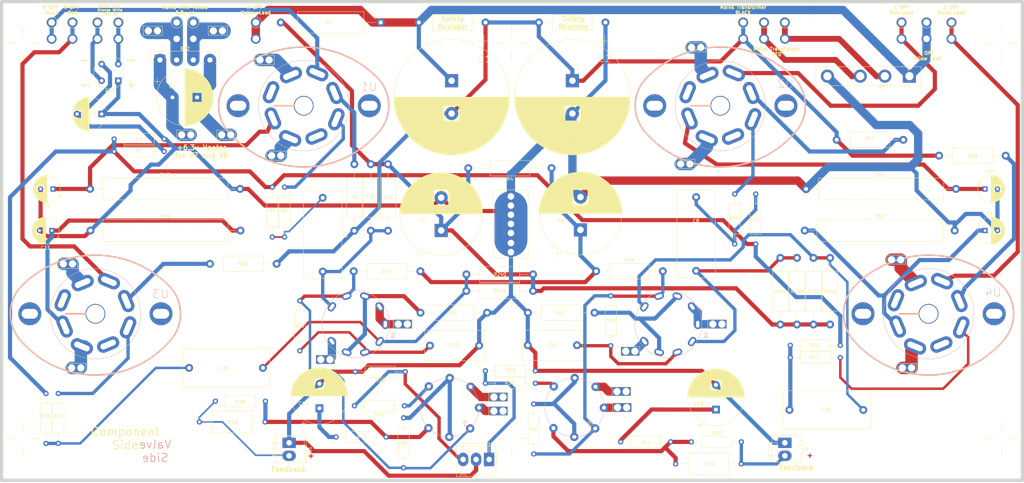
<source format=kicad_pcb>
(kicad_pcb (version 20171130) (host pcbnew "(5.1.6)-1")
  (layers (0 F.Cu signal) (31 B.Cu signal) (34 B.Paste user hide) (35 F.Paste user hide) (36 B.SilkS user) (37 F.SilkS user) (38 B.Mask user hide) (39 F.Mask user hide) (44 Edge.Cuts user))
  (net 0 "")
  (net 1 GND)
  (net 2 510v)
  (net 3 -10v)
  (net 4 225v)
  (net 5 365v)
  (net 6 290v)
  (net 7 /TR6)
  (net 8 /TR1)
  (net 9 /TR4)
  (net 10 /TR3)
  (net 11 /TR5)
  (net 12 /BiasV)
  (net 13 /TR2)
  (net 14 /Signal3Ra)
  (net 15 /Signal4Ra)
  (net 16 /Signal3Lb)
  (net 17 /Signal4Lb)
  (net 18 /V1Cathode)
  (net 19 /V2Cathode)
  (net 20 /V3Cathode)
  (net 21 /V4Cathode)
  (net 22 /Signal3R)
  (net 23 /Signal3L)
  (net 24 /Signal3Rb)
  (net 25 /Signal4Rb)
  (net 26 /Signal4La)
  (net 27 /Signal3La)
  (net 28 /U7Cathode2)
  (net 29 /U8Cathode2)
  (net 30 /U7Cathode)
  (net 31 /FBR)
  (net 32 /FBL)
  (net 33 /U8Cathode)
  (net 34 /V1Grid)
  (net 35 /Signal5Ra)
  (net 36 /Signal5Lb)
  (net 37 /V2Grid)
  (net 38 /Signal2R)
  (net 39 /Signal2L)
  (net 40 /U5Cathode)
  (net 41 /U6Cathode)
  (net 42 /Signal5La)
  (net 43 /Signal1R)
  (net 44 /Signal1L)
  (net 45 /Signal5Rb)
  (net 46 /V3Grid)
  (net 47 /V4Grid)
  (net 48 /V7Input)
  (net 49 /V8Input)
  (net 50 /U7Grid)
  (net 51 /U8Grid)
  (net 52 /V3Anode)
  (net 53 /V1Anode)
  (net 54 /V2Anode)
  (net 55 /V4Anode)
  (net 56 /V5H-)
  (net 57 /V5H+)
  (net 58 /V6H-)
  (net 59 /V6H+)
  (net 60 /V7H-)
  (net 61 /V7H+)
  (net 62 /V8H-)
  (net 63 /V8H+)
  (net 64 /V1H+)
  (net 65 /V1H-)
  (net 66 /V2H+)
  (net 67 /V2H-)
  (net 68 /V3H+)
  (net 69 /V3H-)
  (net 70 /V4H+)
  (net 71 /V4H-)
  (net 72 "Net-(BR2-Pad1)")
  (net 73 "Net-(BR2-Pad4)")
  (module KIT:Diode_Bridge_Vishay_GBL (layer F.Cu) (at 67.31 113.03)
    (fp_text reference BR2 (at 7.65 -3.45) (layer F.SilkS))
    (fp_text value ~)
    (pad 4 thru_hole circle (at 15.24 0 180) (size 3.200001 3.200001) (drill 1.6) (layers *.Cu *.Mask) (net 73 "Net-(BR2-Pad4)"))
    (pad 3 thru_hole circle (at 10.16 0 180) (size 3.200001 3.200001) (drill 1.6) (layers *.Cu *.Mask) (net 10 /TR3))
    (pad 2 thru_hole circle (at 5.08 0 180) (size 3.2 3.2) (drill 1.6) (layers *.Cu *.Mask) (net 9 /TR4))
    (pad 1 thru_hole rect (at 0 0 180) (size 3.2 3.2) (drill 1.6) (layers *.Cu *.Mask) (net 72 "Net-(BR2-Pad1)"))
  )
  (module KIT:Diode_Bridge_32.0x5.6x17.0mm_P10.0mm_P7.5mm (layer F.Cu) (at 295.783 117.983 180)
    (fp_text reference BR1 (at 7.8 -3.1) (layer F.SilkS))
    (fp_text value ~)
    (pad 1 thru_hole rect (at 0 0 180) (size 4 4) (drill 2.5) (layers *.Cu *.Mask) (net 2 510v))
    (pad 2 thru_hole circle (at 7.5 0 180) (size 4 4) (drill 2.5) (layers *.Cu *.Mask) (net 7 /TR6))
    (pad 3 thru_hole circle (at 15 0 180) (size 4 4) (drill 2.5) (layers *.Cu *.Mask) (net 8 /TR1))
    (pad 4 thru_hole circle (at 25 0 180) (size 4 4) (drill 2.5) (layers *.Cu *.Mask) (net 1 GND))
  )
  (module KIT:StarGround (layer F.Cu) (at 174.295 165.1 90)
    (fp_text reference TP0)
    (fp_text value ~)
    (pad 1 thru_hole circle (at -6.604 0 90) (size 2.5 2.5) (drill 2) (layers *.Cu *.Mask) (net 1 GND))
    (pad 1 thru_hole circle (at -3.81 0 90) (size 2.5 2.5) (drill 2) (layers *.Cu *.Mask) (net 1 GND))
    (pad 1 thru_hole oval (at 2.032 0 90) (size 20 10) (drill 2) (layers *.Cu *.Mask) (net 1 GND))
    (pad 1 thru_hole circle (at -0.762 0 90) (size 2.5 2.5) (drill 2) (layers *.Cu *.Mask) (net 1 GND))
    (pad 1 thru_hole circle (at 4.826 0 90) (size 2.5 2.5) (drill 2) (layers *.Cu *.Mask) (net 1 GND))
    (pad 1 thru_hole circle (at 7.62 0 90) (size 2.5 2.5) (drill 2) (layers *.Cu *.Mask) (net 1 GND))
    (pad 1 thru_hole circle (at 10.414 0 90) (size 2.5 2.5) (drill 2) (layers *.Cu *.Mask) (net 1 GND))
  )
  (module KIT:2HolePad (layer F.Cu) (at 232.41 109.22 180)
    (fp_text reference TP201)
    (fp_text value ~)
    (pad 1 thru_hole rect (at 0.254 0 180) (size 2.8 2.6) (drill 2.2) (layers *.Cu *.Mask) (net 67 /V2H-))
    (pad 1 thru_hole rect (at 3.048 0 180) (size 2.8 2.6) (drill 2.2) (layers *.Cu *.Mask) (net 67 /V2H-))
  )
  (module KIT:2HolePad (layer F.Cu) (at 101.092 142.24)
    (fp_text reference TP100)
    (fp_text value ~)
    (pad 1 thru_hole rect (at 0.254 0) (size 2.8 2.6) (drill 2.2) (layers *.Cu *.Mask) (net 64 /V1H+))
    (pad 1 thru_hole rect (at 3.048 0) (size 2.8 2.6) (drill 2.2) (layers *.Cu *.Mask) (net 64 /V1H+))
  )
  (module KIT:2HolePad (layer F.Cu) (at 100.838 113.03 180)
    (fp_text reference TP101)
    (fp_text value ~)
    (pad 1 thru_hole rect (at 0.254 0 180) (size 2.8 2.6) (drill 2.2) (layers *.Cu *.Mask) (net 65 /V1H-))
    (pad 1 thru_hole rect (at 3.048 0 180) (size 2.8 2.6) (drill 2.2) (layers *.Cu *.Mask) (net 65 /V1H-))
  )
  (module KIT:2HolePad (layer F.Cu) (at 225.806 144.78)
    (fp_text reference TP200)
    (fp_text value ~)
    (pad 1 thru_hole rect (at 0.254 0) (size 2.8 2.6) (drill 2.2) (layers *.Cu *.Mask) (net 66 /V2H+))
    (pad 1 thru_hole rect (at 3.048 0) (size 2.8 2.6) (drill 2.2) (layers *.Cu *.Mask) (net 66 /V2H+))
  )
  (module KIT:2HolePad (layer F.Cu) (at 40.132 207.01)
    (fp_text reference TP300)
    (fp_text value ~)
    (pad 1 thru_hole rect (at 0.254 0) (size 2.8 2.6) (drill 2.2) (layers *.Cu *.Mask) (net 68 /V3H+))
    (pad 1 thru_hole rect (at 3.048 0) (size 2.8 2.6) (drill 2.2) (layers *.Cu *.Mask) (net 68 /V3H+))
  )
  (module KIT:2HolePad (layer F.Cu) (at 40.894 175.26 180)
    (fp_text reference TP301)
    (fp_text value ~)
    (pad 1 thru_hole rect (at 0.254 0 180) (size 2.8 2.6) (drill 2.2) (layers *.Cu *.Mask) (net 69 /V3H-))
    (pad 1 thru_hole rect (at 3.048 0 180) (size 2.8 2.6) (drill 2.2) (layers *.Cu *.Mask) (net 69 /V3H-))
  )
  (module KIT:2HolePad (layer F.Cu) (at 293.37 207.01)
    (fp_text reference TP400)
    (fp_text value ~)
    (pad 1 thru_hole rect (at 0.254 0) (size 2.8 2.6) (drill 2.2) (layers *.Cu *.Mask) (net 70 /V4H+))
    (pad 1 thru_hole rect (at 3.048 0) (size 2.8 2.6) (drill 2.2) (layers *.Cu *.Mask) (net 70 /V4H+))
  )
  (module KIT:2HolePad (layer F.Cu) (at 293.37 173.99 180)
    (fp_text reference TP401)
    (fp_text value ~)
    (pad 1 thru_hole rect (at 0.254 0 180) (size 2.8 2.6) (drill 2.2) (layers *.Cu *.Mask) (net 71 /V4H-))
    (pad 1 thru_hole rect (at 3.048 0 180) (size 2.8 2.6) (drill 2.2) (layers *.Cu *.Mask) (net 71 /V4H-))
  )
  (module KIT:2HolePad (layer F.Cu) (at 119.38 204.47 180)
    (fp_text reference TP50)
    (fp_text value ~)
    (pad 1 thru_hole rect (at 0.254 0 180) (size 2.8 2.6) (drill 2.2) (layers *.Cu *.Mask) (net 56 /V5H-))
    (pad 1 thru_hole rect (at 3.048 0 180) (size 2.8 2.6) (drill 2.2) (layers *.Cu *.Mask) (net 56 /V5H-))
  )
  (module KIT:2HolePad (layer F.Cu) (at 139.675 193.65)
    (fp_text reference TP51)
    (fp_text value ~)
    (pad 1 thru_hole rect (at 0.254 0) (size 2.8 2.6) (drill 2.2) (layers *.Cu *.Mask) (net 57 /V5H+))
    (pad 1 thru_hole rect (at 3.048 0) (size 2.8 2.6) (drill 2.2) (layers *.Cu *.Mask) (net 57 /V5H+))
  )
  (module KIT:2HolePad (layer F.Cu) (at 209.042 201.93)
    (fp_text reference TP60)
    (fp_text value ~)
    (pad 1 thru_hole rect (at 0.254 0) (size 2.8 2.6) (drill 2.2) (layers *.Cu *.Mask) (net 58 /V6H-))
    (pad 1 thru_hole rect (at 3.048 0) (size 2.8 2.6) (drill 2.2) (layers *.Cu *.Mask) (net 58 /V6H-))
  )
  (module KIT:2HolePad (layer F.Cu) (at 235.585 193.65)
    (fp_text reference TP61)
    (fp_text value ~)
    (pad 1 thru_hole rect (at 0.254 0) (size 2.8 2.6) (drill 2.2) (layers *.Cu *.Mask) (net 59 /V6H+))
    (pad 1 thru_hole rect (at 3.048 0) (size 2.8 2.6) (drill 2.2) (layers *.Cu *.Mask) (net 59 /V6H+))
  )
  (module KIT:2HolePad (layer F.Cu) (at 206.54 219.1)
    (fp_text reference TP80)
    (fp_text value ~)
    (pad 1 thru_hole rect (at 0.254 0) (size 2.8 2.6) (drill 2.2) (layers *.Cu *.Mask) (net 62 /V8H-))
    (pad 1 thru_hole rect (at 3.048 0) (size 2.8 2.6) (drill 2.2) (layers *.Cu *.Mask) (net 62 /V8H-))
  )
  (module KIT:2HolePad (layer F.Cu) (at 206.362 214.211)
    (fp_text reference TP81)
    (fp_text value ~)
    (pad 1 thru_hole rect (at 0.254 0) (size 2.8 2.6) (drill 2.2) (layers *.Cu *.Mask) (net 63 /V8H+))
    (pad 1 thru_hole rect (at 3.048 0) (size 2.8 2.6) (drill 2.2) (layers *.Cu *.Mask) (net 63 /V8H+))
  )
  (module KIT:2HolePad (layer F.Cu) (at 73.66 135.89)
    (fp_text reference TP90)
    (fp_text value ~)
    (pad 1 thru_hole rect (at 0.254 0) (size 2.8 2.6) (drill 2.2) (layers *.Cu *.Mask) (net 72 "Net-(BR2-Pad1)"))
    (pad 1 thru_hole rect (at 3.048 0) (size 2.8 2.6) (drill 2.2) (layers *.Cu *.Mask) (net 72 "Net-(BR2-Pad1)"))
  )
  (module KIT:2HolePad (layer F.Cu) (at 85.852 135.89)
    (fp_text reference TP91)
    (fp_text value ~)
    (pad 1 thru_hole rect (at 0.254 0) (size 2.8 2.6) (drill 2.2) (layers *.Cu *.Mask) (net 73 "Net-(BR2-Pad4)"))
    (pad 1 thru_hole rect (at 3.048 0) (size 2.8 2.6) (drill 2.2) (layers *.Cu *.Mask) (net 73 "Net-(BR2-Pad4)"))
  )
  (module KIT:2HolePad (layer F.Cu) (at 168.846 220.167)
    (fp_text reference TP70)
    (fp_text value ~)
    (pad 1 thru_hole rect (at 0.254 0) (size 2.8 2.6) (drill 2.2) (layers *.Cu *.Mask) (net 60 /V7H-))
    (pad 1 thru_hole rect (at 3.048 0) (size 2.8 2.6) (drill 2.2) (layers *.Cu *.Mask) (net 60 /V7H-))
  )
  (module KIT:2HolePad (layer F.Cu) (at 168.846 215.9)
    (fp_text reference TP71)
    (fp_text value ~)
    (pad 1 thru_hole rect (at 0.254 0) (size 2.8 2.6) (drill 2.2) (layers *.Cu *.Mask) (net 61 /V7H+))
    (pad 1 thru_hole rect (at 3.048 0) (size 2.8 2.6) (drill 2.2) (layers *.Cu *.Mask) (net 61 /V7H+))
  )
  (module Resistor_THT:R_Axial_Power_L20.0mm_W6.4mm_P30.48mm (layer F.Cu) (at 104.127 101.6)
    (fp_text reference R1 (at 14.605 -0.127) (layer F.SilkS))
    (fp_text value "5.6K 6W")
    (pad 1 thru_hole circle (at 0 0) (size 2.4 2.4) (drill 1.2) (layers *.Cu *.Mask) (net 5 365v))
    (pad 2 thru_hole oval (at 30.48 0) (size 2.4 2.4) (drill 1.2) (layers *.Cu *.Mask) (net 2 510v))
  )
  (module KIT:Valve_ECC-82 (layer B.Cu) (at 127 193.675 90)
    (fp_text reference U5 (at -3.45 11.43 90) (layer B.SilkS) (effects (justify mirror)))
    (fp_text value ECC82)
    (pad 1 thru_hole oval (at 5.29 -7.28 144) (size 2 3) (drill oval 1.02 2.03) (layers *.Cu *.Mask) (net 14 /Signal3Ra))
    (pad 2 thru_hole oval (at 8.56 -2.78 108) (size 2 3) (drill oval 1.02 2.03) (layers *.Cu *.Mask) (net 38 /Signal2R))
    (pad 3 thru_hole oval (at 8.56 2.78 72) (size 2 3) (drill oval 1.02 2.03) (layers *.Cu *.Mask) (net 40 /U5Cathode))
    (pad 4 thru_hole oval (at 5.29 7.28 36) (size 2 3) (drill oval 1.02 2.03) (layers *.Cu *.Mask) (net 57 /V5H+))
    (pad 5 thru_hole oval (at 0 9) (size 2 3) (drill oval 1.02 2.03) (layers *.Cu *.Mask) (net 57 /V5H+))
    (pad 6 thru_hole oval (at -5.29 7.28 144) (size 2 3) (drill oval 1.02 2.03) (layers *.Cu *.Mask) (net 24 /Signal3Rb))
    (pad 7 thru_hole oval (at -8.56 2.78 108) (size 2 3) (drill oval 1.02 2.03) (layers *.Cu *.Mask) (net 22 /Signal3R))
    (pad 8 thru_hole oval (at -8.56 -2.78 72) (size 2 3) (drill oval 1.02 2.03) (layers *.Cu *.Mask) (net 40 /U5Cathode))
    (pad 9 thru_hole oval (at -5.29 -7.28 36) (size 2 3) (drill oval 1.02 2.03) (layers *.Cu *.Mask) (net 56 /V5H-))
  )
  (module KIT:TestPoint_Plated_Hole_D2.0mm (layer F.Cu) (at 257.81 101.6)
    (fp_text reference TP10)
    (fp_text value ~)
    (pad 1 thru_hole circle (at 0 5) (size 3 3) (drill 2) (layers *.Cu *.Mask) (net 7 /TR6))
    (pad 1 thru_hole circle (at 0 0) (size 3 3) (drill 2) (layers *.Cu *.Mask) (net 7 /TR6))
  )
  (module KIT:TestPoint_Plated_Hole_D2.0mm (layer F.Cu) (at 308.61 101.6)
    (fp_text reference TP13)
    (fp_text value ~)
    (pad 1 thru_hole circle (at 0 5) (size 3 3) (drill 2) (layers *.Cu *.Mask) (net 55 /V4Anode))
    (pad 1 thru_hole circle (at 0 0) (size 3 3) (drill 2) (layers *.Cu *.Mask) (net 55 /V4Anode))
  )
  (module KIT:TestPoint_Plated_Hole_D2.0mm (layer F.Cu) (at 40.64 101.6)
    (fp_text reference TP1)
    (fp_text value ~)
    (pad 1 thru_hole circle (at 0 5) (size 3 3) (drill 2) (layers *.Cu *.Mask) (net 52 /V3Anode))
    (pad 1 thru_hole circle (at 0 0) (size 3 3) (drill 2) (layers *.Cu *.Mask) (net 52 /V3Anode))
  )
  (module KIT:TestPoint_Plated_Hole_D2.0mm (layer F.Cu) (at 48.26 101.6)
    (fp_text reference TP2)
    (fp_text value ~)
    (pad 1 thru_hole circle (at 0 5) (size 3 3) (drill 2) (layers *.Cu *.Mask) (net 13 /TR2))
    (pad 1 thru_hole circle (at 0 0) (size 3 3) (drill 2) (layers *.Cu *.Mask) (net 13 /TR2))
  )
  (module KIT:TestPoint_Plated_Hole_D2.0mm (layer F.Cu) (at 34.29 101.6)
    (fp_text reference TP6)
    (fp_text value ~)
    (pad 1 thru_hole circle (at 0 5) (size 3 3) (drill 2) (layers *.Cu *.Mask) (net 53 /V1Anode))
    (pad 1 thru_hole circle (at 0 0) (size 3 3) (drill 2) (layers *.Cu *.Mask) (net 53 /V1Anode))
  )
  (module KIT:TestPoint_Plated_Hole_D2.0mm (layer F.Cu) (at 96.52 101.6)
    (fp_text reference TP7)
    (fp_text value ~)
    (pad 1 thru_hole circle (at 0 5) (size 3 3) (drill 2) (layers *.Cu *.Mask) (net 2 510v))
    (pad 1 thru_hole circle (at 0 0) (size 3 3) (drill 2) (layers *.Cu *.Mask) (net 2 510v))
  )
  (module KIT:TestPoint_Plated_Hole_D2.0mm (layer F.Cu) (at 300.99 101.6)
    (fp_text reference TP8)
    (fp_text value ~)
    (pad 1 thru_hole circle (at 0 5) (size 3 3) (drill 2) (layers *.Cu *.Mask) (net 2 510v))
    (pad 1 thru_hole circle (at 0 0) (size 3 3) (drill 2) (layers *.Cu *.Mask) (net 2 510v))
  )
  (module KIT:TestPoint_Plated_Hole_D2.0mm (layer F.Cu) (at 245.11 101.6)
    (fp_text reference TP9)
    (fp_text value ~)
    (pad 1 thru_hole circle (at 0 5) (size 3 3) (drill 2) (layers *.Cu *.Mask) (net 4 225v))
    (pad 1 thru_hole circle (at 0 0) (size 3 3) (drill 2) (layers *.Cu *.Mask) (net 4 225v))
  )
  (module KIT:TestPoint_Plated_Hole_D2.0mm (layer F.Cu) (at 251.46 101.6)
    (fp_text reference TP11)
    (fp_text value ~)
    (pad 1 thru_hole circle (at 0 5) (size 3 3) (drill 2) (layers *.Cu *.Mask) (net 8 /TR1))
    (pad 1 thru_hole circle (at 0 0) (size 3 3) (drill 2) (layers *.Cu *.Mask) (net 8 /TR1))
  )
  (module KIT:TestPoint_Plated_Hole_D2.0mm (layer F.Cu) (at 293.37 101.6)
    (fp_text reference TP12)
    (fp_text value ~)
    (pad 1 thru_hole circle (at 0 5) (size 3 3) (drill 2) (layers *.Cu *.Mask) (net 54 /V2Anode))
    (pad 1 thru_hole circle (at 0 0) (size 3 3) (drill 2) (layers *.Cu *.Mask) (net 54 /V2Anode))
  )
  (module KIT:TestPoint_Plated_Hole_D2.0mm (layer F.Cu) (at 54.61 101.6)
    (fp_text reference TP3)
    (fp_text value ~)
    (pad 1 thru_hole circle (at 0 5) (size 3 3) (drill 2) (layers *.Cu *.Mask) (net 11 /TR5))
    (pad 1 thru_hole circle (at 0 0) (size 3 3) (drill 2) (layers *.Cu *.Mask) (net 11 /TR5))
  )
  (module KIT:Valve_Mini_P (layer B.Cu) (at 155.575 219.075 112)
    (fp_text reference U7 (at -6.35 2.54 112) (layer B.SilkS) (effects (justify mirror)))
    (fp_text value 6AU6)
    (pad 7 thru_hole circle (at -3.44 -8.31 112) (size 2.54 2.54) (drill 1.2) (layers *.Cu *.Mask) (net 30 /U7Cathode))
    (pad 6 thru_hole circle (at -8.31 -3.44 112) (size 2.54 2.54) (drill 1.2) (layers *.Cu *.Mask) (net 50 /U7Grid))
    (pad 5 thru_hole circle (at -8.31 3.44 22) (size 2.54 2.54) (drill 1.2) (layers *.Cu *.Mask) (net 38 /Signal2R))
    (pad 4 thru_hole circle (at -3.44 8.31 112) (size 2.54 2.54) (drill 1.2) (layers *.Cu *.Mask) (net 60 /V7H-))
    (pad 3 thru_hole circle (at 3.44 8.31 112) (size 2.54 2.54) (drill 1.2) (layers *.Cu *.Mask) (net 61 /V7H+))
    (pad 2 thru_hole circle (at 8.31 3.44 112) (size 2.54 2.54) (drill 1.2) (layers *.Cu *.Mask) (net 50 /U7Grid))
    (pad 1 thru_hole circle (at 8.31 -3.44 112) (size 2.54 2.54) (drill 1.2) (layers *.Cu *.Mask) (net 48 /V7Input))
  )
  (module KIT:Valve_Mini_P (layer B.Cu) (at 193.675 219.075 112)
    (fp_text reference U8 (at -6.35 2.54 112) (layer B.SilkS) (effects (justify mirror)))
    (fp_text value 6AU6)
    (pad 7 thru_hole circle (at -3.44 -8.31 112) (size 2.54 2.54) (drill 1.2) (layers *.Cu *.Mask) (net 33 /U8Cathode))
    (pad 6 thru_hole circle (at -8.31 -3.44 112) (size 2.54 2.54) (drill 1.2) (layers *.Cu *.Mask) (net 51 /U8Grid))
    (pad 5 thru_hole circle (at -8.31 3.44 22) (size 2.54 2.54) (drill 1.2) (layers *.Cu *.Mask) (net 39 /Signal2L))
    (pad 4 thru_hole circle (at -3.44 8.31 112) (size 2.54 2.54) (drill 1.2) (layers *.Cu *.Mask) (net 62 /V8H-))
    (pad 3 thru_hole circle (at 3.44 8.31 112) (size 2.54 2.54) (drill 1.2) (layers *.Cu *.Mask) (net 63 /V8H+))
    (pad 2 thru_hole circle (at 8.31 3.44 112) (size 2.54 2.54) (drill 1.2) (layers *.Cu *.Mask) (net 51 /U8Grid))
    (pad 1 thru_hole circle (at 8.31 -3.44 112) (size 2.54 2.54) (drill 1.2) (layers *.Cu *.Mask) (net 49 /V8Input))
  )
  (module KIT:Valve_ECC-82 (layer B.Cu) (at 222.25 193.675 90)
    (fp_text reference U6 (at -3.45 11.43 90) (layer B.SilkS) (effects (justify mirror)))
    (fp_text value ECC82)
    (pad 1 thru_hole oval (at 5.29 -7.28 144) (size 2 3) (drill oval 1.02 2.03) (layers *.Cu *.Mask) (net 27 /Signal3La))
    (pad 2 thru_hole oval (at 8.56 -2.78 108) (size 2 3) (drill oval 1.02 2.03) (layers *.Cu *.Mask) (net 39 /Signal2L))
    (pad 3 thru_hole oval (at 8.56 2.78 72) (size 2 3) (drill oval 1.02 2.03) (layers *.Cu *.Mask) (net 41 /U6Cathode))
    (pad 4 thru_hole oval (at 5.29 7.28 36) (size 2 3) (drill oval 1.02 2.03) (layers *.Cu *.Mask) (net 59 /V6H+))
    (pad 5 thru_hole oval (at 0 9) (size 2 3) (drill oval 1.02 2.03) (layers *.Cu *.Mask) (net 59 /V6H+))
    (pad 6 thru_hole oval (at -5.29 7.28 144) (size 2 3) (drill oval 1.02 2.03) (layers *.Cu *.Mask) (net 16 /Signal3Lb))
    (pad 7 thru_hole oval (at -8.56 2.78 108) (size 2 3) (drill oval 1.02 2.03) (layers *.Cu *.Mask) (net 23 /Signal3L))
    (pad 8 thru_hole oval (at -8.56 -2.78 72) (size 2 3) (drill oval 1.02 2.03) (layers *.Cu *.Mask) (net 41 /U6Cathode))
    (pad 9 thru_hole oval (at -5.29 -7.28 36) (size 2 3) (drill oval 1.02 2.03) (layers *.Cu *.Mask) (net 58 /V6H-))
  )
  (module KIT:Valve_Octal (layer B.Cu) (at 238.125 127)
    (fp_text reference U2 (at 19.9009 -6.6548) (layer B.SilkS) (effects (font (size 2.54 2.54)) (justify mirror)))
    (fp_text value KT88)
    (pad 10 thru_hole circle (at 20 0) (size 7 7) (drill oval 5 3) (layers *.Cu *.Mask))
    (pad 9 thru_hole circle (at -20 0) (size 7 7) (drill oval 5 3) (layers *.Cu *.Mask))
    (pad "" thru_hole circle (at 0 0 112.5) (size 6 6) (drill 5.5) (layers *.Cu *.Mask))
    (pad 8 thru_hole oval (at -9.386616 3.888064 112.5) (size 7 3.8) (drill oval 5 1.8) (layers *.Cu *.Mask) (net 19 /V2Cathode))
    (pad 7 thru_hole oval (at -4.123914 9.95601 157.5) (size 7 3.8) (drill oval 5 1.8) (layers *.Cu *.Mask) (net 66 /V2H+))
    (pad 6 thru_hole oval (at 3.888064 9.386616 22.5) (size 7 3.8) (drill oval 5 1.8) (layers *.Cu *.Mask))
    (pad 5 thru_hole oval (at 9.95601 4.123914 67.5) (size 7 3.8) (drill oval 5 1.8) (layers *.Cu *.Mask) (net 36 /Signal5Lb))
    (pad 4 thru_hole oval (at 9.386616 -3.888064 112.5) (size 7 3.8) (drill oval 5 1.8) (layers *.Cu *.Mask) (net 37 /V2Grid))
    (pad 3 thru_hole oval (at 4.123914 -9.95601 337.5) (size 7 3.8) (drill oval 5 1.8) (layers *.Cu *.Mask) (net 54 /V2Anode))
    (pad 2 thru_hole oval (at -3.888064 -9.386616 202.5) (size 7 3.8) (drill oval 5 1.8) (layers *.Cu *.Mask) (net 67 /V2H-))
    (pad 1 thru_hole oval (at -9.95601 -4.123914 67.5) (size 7 3.8) (drill oval 5 1.8) (layers *.Cu *.Mask))
  )
  (module KIT:Valve_Octal (layer B.Cu) (at 301.625 190.5)
    (fp_text reference U4 (at 19.6596 -6.5278) (layer B.SilkS) (effects (font (size 2.54 2.54)) (justify mirror)))
    (fp_text value KT88)
    (pad 10 thru_hole circle (at 20 0) (size 7 7) (drill oval 5 3) (layers *.Cu *.Mask))
    (pad 9 thru_hole circle (at -20 0) (size 7 7) (drill oval 5 3) (layers *.Cu *.Mask))
    (pad "" thru_hole circle (at 0 0 112.5) (size 6 6) (drill 5.5) (layers *.Cu *.Mask))
    (pad 8 thru_hole oval (at -9.386616 3.888064 112.5) (size 7 3.8) (drill oval 5 1.8) (layers *.Cu *.Mask) (net 21 /V4Cathode))
    (pad 7 thru_hole oval (at -4.123914 9.95601 157.5) (size 7 3.8) (drill oval 5 1.8) (layers *.Cu *.Mask) (net 70 /V4H+))
    (pad 6 thru_hole oval (at 3.888064 9.386616 22.5) (size 7 3.8) (drill oval 5 1.8) (layers *.Cu *.Mask))
    (pad 5 thru_hole oval (at 9.95601 4.123914 67.5) (size 7 3.8) (drill oval 5 1.8) (layers *.Cu *.Mask) (net 42 /Signal5La))
    (pad 4 thru_hole oval (at 9.386616 -3.888064 112.5) (size 7 3.8) (drill oval 5 1.8) (layers *.Cu *.Mask) (net 47 /V4Grid))
    (pad 3 thru_hole oval (at 4.123914 -9.95601 337.5) (size 7 3.8) (drill oval 5 1.8) (layers *.Cu *.Mask) (net 55 /V4Anode))
    (pad 2 thru_hole oval (at -3.888064 -9.386616 202.5) (size 7 3.8) (drill oval 5 1.8) (layers *.Cu *.Mask) (net 71 /V4H-))
    (pad 1 thru_hole oval (at -9.95601 -4.123914 67.5) (size 7 3.8) (drill oval 5 1.8) (layers *.Cu *.Mask))
  )
  (module KIT:Valve_Octal (layer B.Cu) (at 111.125 127)
    (fp_text reference U1 (at 19.8628 -5.7658) (layer B.SilkS) (effects (font (size 2.54 2.54)) (justify mirror)))
    (fp_text value KT88)
    (pad 10 thru_hole circle (at 20 0) (size 7 7) (drill oval 5 3) (layers *.Cu *.Mask))
    (pad 9 thru_hole circle (at -20 0) (size 7 7) (drill oval 5 3) (layers *.Cu *.Mask))
    (pad "" thru_hole circle (at 0 0 112.5) (size 6 6) (drill 5.5) (layers *.Cu *.Mask))
    (pad 8 thru_hole oval (at -9.386616 3.888064 112.5) (size 7 3.8) (drill oval 5 1.8) (layers *.Cu *.Mask) (net 18 /V1Cathode))
    (pad 7 thru_hole oval (at -4.123914 9.95601 157.5) (size 7 3.8) (drill oval 5 1.8) (layers *.Cu *.Mask) (net 64 /V1H+))
    (pad 6 thru_hole oval (at 3.888064 9.386616 22.5) (size 7 3.8) (drill oval 5 1.8) (layers *.Cu *.Mask))
    (pad 5 thru_hole oval (at 9.95601 4.123914 67.5) (size 7 3.8) (drill oval 5 1.8) (layers *.Cu *.Mask) (net 35 /Signal5Ra))
    (pad 4 thru_hole oval (at 9.386616 -3.888064 112.5) (size 7 3.8) (drill oval 5 1.8) (layers *.Cu *.Mask) (net 34 /V1Grid))
    (pad 3 thru_hole oval (at 4.123914 -9.95601 337.5) (size 7 3.8) (drill oval 5 1.8) (layers *.Cu *.Mask) (net 53 /V1Anode))
    (pad 2 thru_hole oval (at -3.888064 -9.386616 202.5) (size 7 3.8) (drill oval 5 1.8) (layers *.Cu *.Mask) (net 65 /V1H-))
    (pad 1 thru_hole oval (at -9.95601 -4.123914 67.5) (size 7 3.8) (drill oval 5 1.8) (layers *.Cu *.Mask))
  )
  (module KIT:Valve_Octal (layer B.Cu) (at 47.625 190.5)
    (fp_text reference U3 (at 19.9136 -6.0833) (layer B.SilkS) (effects (font (size 2.54 2.54)) (justify mirror)))
    (fp_text value KT88)
    (pad 10 thru_hole circle (at 20 0) (size 7 7) (drill oval 5 3) (layers *.Cu *.Mask))
    (pad 9 thru_hole circle (at -20 0) (size 7 7) (drill oval 5 3) (layers *.Cu *.Mask))
    (pad "" thru_hole circle (at 0 0 112.5) (size 6 6) (drill 5.5) (layers *.Cu *.Mask))
    (pad 8 thru_hole oval (at -9.386616 3.888064 112.5) (size 7 3.8) (drill oval 5 1.8) (layers *.Cu *.Mask) (net 20 /V3Cathode))
    (pad 7 thru_hole oval (at -4.123914 9.95601 157.5) (size 7 3.8) (drill oval 5 1.8) (layers *.Cu *.Mask) (net 68 /V3H+))
    (pad 6 thru_hole oval (at 3.888064 9.386616 22.5) (size 7 3.8) (drill oval 5 1.8) (layers *.Cu *.Mask))
    (pad 5 thru_hole oval (at 9.95601 4.123914 67.5) (size 7 3.8) (drill oval 5 1.8) (layers *.Cu *.Mask) (net 45 /Signal5Rb))
    (pad 4 thru_hole oval (at 9.386616 -3.888064 112.5) (size 7 3.8) (drill oval 5 1.8) (layers *.Cu *.Mask) (net 46 /V3Grid))
    (pad 3 thru_hole oval (at 4.123914 -9.95601 337.5) (size 7 3.8) (drill oval 5 1.8) (layers *.Cu *.Mask) (net 52 /V3Anode))
    (pad 2 thru_hole oval (at -3.888064 -9.386616 202.5) (size 7 3.8) (drill oval 5 1.8) (layers *.Cu *.Mask) (net 69 /V3H-))
    (pad 1 thru_hole oval (at -9.95601 -4.123914 67.5) (size 7 3.8) (drill oval 5 1.8) (layers *.Cu *.Mask))
  )
  (module KIT:CoolingHole (layer F.Cu) (at 272.466 152.4)
    (fp_text reference MH10 hide)
    (fp_text value ~)
    (pad 1 np_thru_hole circle (at 0 0) (size 4.3 4.3) (drill 4.3) (layers *.Cu *.Mask))
  )
  (module Resistor_THT:R_Axial_Power_L38.0mm_W6.4mm_P45.72mm (layer F.Cu) (at 45.9994 152.4)
    (fp_text reference R13 (at 22.86 -4.32) (layer F.SilkS))
    (fp_text value "150R 7W")
    (pad 2 thru_hole oval (at 45.72 0) (size 2.4 2.4) (drill 1.2) (layers *.Cu *.Mask) (net 1 GND))
    (pad 1 thru_hole circle (at 0 0) (size 2.4 2.4) (drill 1.2) (layers *.Cu *.Mask) (net 18 /V1Cathode))
  )
  (module Resistor_THT:R_Axial_Power_L38.0mm_W6.4mm_P45.72mm (layer F.Cu) (at 264.261 152.4)
    (fp_text reference R14 (at 22.86 -4.32) (layer F.SilkS))
    (fp_text value "150R 7W")
    (pad 1 thru_hole circle (at 0 0) (size 2.4 2.4) (drill 1.2) (layers *.Cu *.Mask) (net 1 GND))
    (pad 2 thru_hole oval (at 45.72 0) (size 2.4 2.4) (drill 1.2) (layers *.Cu *.Mask) (net 19 /V2Cathode))
  )
  (module Resistor_THT:R_Axial_Power_L38.0mm_W6.4mm_P45.72mm (layer F.Cu) (at 46.1264 165.1)
    (fp_text reference R15 (at 22.86 -4.32) (layer F.SilkS))
    (fp_text value "150R 7W")
    (pad 1 thru_hole circle (at 0 0) (size 2.4 2.4) (drill 1.2) (layers *.Cu *.Mask) (net 1 GND))
    (pad 2 thru_hole oval (at 45.72 0) (size 2.4 2.4) (drill 1.2) (layers *.Cu *.Mask) (net 20 /V3Cathode))
  )
  (module Resistor_THT:R_Axial_Power_L38.0mm_W6.4mm_P45.72mm (layer F.Cu) (at 263.855 165.1)
    (fp_text reference R16 (at 22.86 -4.32) (layer F.SilkS))
    (fp_text value "150R 7W")
    (pad 2 thru_hole oval (at 45.72 0) (size 2.4 2.4) (drill 1.2) (layers *.Cu *.Mask) (net 1 GND))
    (pad 1 thru_hole circle (at 0 0) (size 2.4 2.4) (drill 1.2) (layers *.Cu *.Mask) (net 21 /V4Cathode))
  )
  (module MountingHole:MountingHole_3.2mm_M3 (layer F.Cu) (at 25.4 228.6)
    (fp_text reference MH1)
    (fp_text value ~)
    (pad 1 np_thru_hole circle (at 0 0) (size 3.2 3.2) (drill 3.2) (layers *.Cu *.Mask))
  )
  (module MountingHole:MountingHole_3.2mm_M3 (layer F.Cu) (at 174.625 228.6)
    (fp_text reference MH2)
    (fp_text value ~)
    (pad "" np_thru_hole circle (at -0.0002 0) (size 3.2 3.2) (drill 3.2) (layers *.Cu *.Mask))
  )
  (module MountingHole:MountingHole_3.2mm_M3 (layer F.Cu) (at 323.85 228.6)
    (fp_text reference MH3)
    (fp_text value ~)
    (pad 1 np_thru_hole circle (at 0 0) (size 3.2 3.2) (drill 3.2) (layers *.Cu *.Mask))
  )
  (module MountingHole:MountingHole_3.2mm_M3 (layer F.Cu) (at 25.4 107.95)
    (fp_text reference MH4)
    (fp_text value ~)
    (pad 1 np_thru_hole circle (at 0 0) (size 3.2 3.2) (drill 3.2) (layers *.Cu *.Mask))
  )
  (module MountingHole:MountingHole_3.2mm_M3 (layer F.Cu) (at 174.625 107.95)
    (fp_text reference MH5)
    (fp_text value ~)
    (pad 1 np_thru_hole circle (at 0 0) (size 3.2 3.2) (drill 3.2) (layers *.Cu *.Mask))
  )
  (module MountingHole:MountingHole_3.2mm_M3 (layer F.Cu) (at 323.85 107.95)
    (fp_text reference MH6)
    (fp_text value ~)
    (pad 1 np_thru_hole circle (at 0 0) (size 3.2 3.2) (drill 3.2) (layers *.Cu *.Mask))
  )
  (module KIT:CoolingHole (layer F.Cu) (at 279.806 152.4)
    (fp_text reference MH11)
    (fp_text value ~)
    (pad 1 np_thru_hole circle (at 0 0) (size 4.3 4.3) (drill 4.3) (layers *.Cu *.Mask))
  )
  (module KIT:CoolingHole (layer F.Cu) (at 287.147 152.4)
    (fp_text reference MH12)
    (fp_text value ~)
    (pad 1 np_thru_hole circle (at 0 0) (size 4.3 4.3) (drill 4.3) (layers *.Cu *.Mask))
  )
  (module KIT:CoolingHole (layer F.Cu) (at 294.081 152.4)
    (fp_text reference MH13)
    (fp_text value ~)
    (pad 1 np_thru_hole circle (at 0 0) (size 4.3 4.3) (drill 4.3) (layers *.Cu *.Mask))
  )
  (module KIT:CoolingHole (layer F.Cu) (at 301.828 152.4)
    (fp_text reference MH14)
    (fp_text value ~)
    (pad 1 np_thru_hole circle (at 0 0) (size 4.3 4.3) (drill 4.3) (layers *.Cu *.Mask))
  )
  (module KIT:CoolingHole (layer F.Cu) (at 272.263 165.1)
    (fp_text reference MH20)
    (fp_text value ~ hide)
    (pad 1 np_thru_hole circle (at 0 0) (size 4.3 4.3) (drill 4.3) (layers *.Cu *.Mask))
  )
  (module KIT:CoolingHole (layer F.Cu) (at 279.806 165.1)
    (fp_text reference MH21)
    (fp_text value ~)
    (pad 1 np_thru_hole circle (at 0 0) (size 4.3 4.3) (drill 4.3) (layers *.Cu *.Mask))
  )
  (module KIT:CoolingHole (layer F.Cu) (at 287.35 165.1)
    (fp_text reference MH22)
    (fp_text value ~)
    (pad 1 np_thru_hole circle (at 0 0) (size 4.3 4.3) (drill 4.3) (layers *.Cu *.Mask))
  )
  (module KIT:CoolingHole (layer F.Cu) (at 294.081 165.1)
    (fp_text reference MH23)
    (fp_text value ~)
    (pad 1 np_thru_hole circle (at 0 0) (size 4.3 4.3) (drill 4.3) (layers *.Cu *.Mask))
  )
  (module KIT:CoolingHole (layer F.Cu) (at 301.828 165.1)
    (fp_text reference MH24)
    (fp_text value ~)
    (pad 1 np_thru_hole circle (at 0 0) (size 4.3 4.3) (drill 4.3) (layers *.Cu *.Mask))
  )
  (module KIT:CoolingHole (layer F.Cu) (at 54.5084 152.4)
    (fp_text reference MH30)
    (fp_text value ~)
    (pad 1 np_thru_hole circle (at 0 0) (size 4.3 4.3) (drill 4.3) (layers *.Cu *.Mask))
  )
  (module KIT:CoolingHole (layer F.Cu) (at 54.3814 165.1)
    (fp_text reference MH31)
    (fp_text value ~)
    (pad 1 np_thru_hole circle (at 0 0) (size 4.3 4.3) (drill 4.3) (layers *.Cu *.Mask))
  )
  (module KIT:CoolingHole (layer F.Cu) (at 61.4934 152.4)
    (fp_text reference MH32)
    (fp_text value ~)
    (pad 1 np_thru_hole circle (at 0 0) (size 4.3 4.3) (drill 4.3) (layers *.Cu *.Mask))
  )
  (module KIT:CoolingHole (layer F.Cu) (at 61.3156 165.1)
    (fp_text reference MH33)
    (fp_text value ~)
    (pad 1 np_thru_hole circle (at 0 0) (size 4.3 4.3) (drill 4.3) (layers *.Cu *.Mask))
  )
  (module KIT:CoolingHole (layer F.Cu) (at 68.6054 152.4)
    (fp_text reference MH34)
    (fp_text value ~)
    (pad 1 np_thru_hole circle (at 0 0) (size 4.3 4.3) (drill 4.3) (layers *.Cu *.Mask))
  )
  (module KIT:CoolingHole (layer F.Cu) (at 68.7324 165.1)
    (fp_text reference MH40)
    (fp_text value ~)
    (pad 1 np_thru_hole circle (at 0 0) (size 4.3 4.3) (drill 4.3) (layers *.Cu *.Mask))
  )
  (module KIT:CoolingHole (layer F.Cu) (at 76.0984 152.4)
    (fp_text reference MH41)
    (fp_text value ~)
    (pad 1 np_thru_hole circle (at 0 0) (size 4.3 4.3) (drill 4.3) (layers *.Cu *.Mask))
  )
  (module KIT:CoolingHole (layer F.Cu) (at 76.1746 165.1)
    (fp_text reference MH42)
    (fp_text value ~)
    (pad 1 np_thru_hole circle (at 0 0) (size 4.3 4.3) (drill 4.3) (layers *.Cu *.Mask))
  )
  (module KIT:CoolingHole (layer F.Cu) (at 83.3374 152.4)
    (fp_text reference MH43)
    (fp_text value ~)
    (pad 1 np_thru_hole circle (at 0 0) (size 4.3 4.3) (drill 4.3) (layers *.Cu *.Mask))
  )
  (module KIT:CoolingHole (layer F.Cu) (at 83.2866 165.1)
    (fp_text reference MH44)
    (fp_text value ~)
    (pad 1 np_thru_hole circle (at 0 0) (size 4.3 4.3) (drill 4.3) (layers *.Cu *.Mask))
  )
  (module Capacitor_THT:CP_Radial_D35.0mm_P10.00mm_SnapIn (layer F.Cu) (at 156.21 119.38 270)
    (fp_text reference C1 (at -6.6294 -9.9441) (layer F.SilkS) (effects (font (size 2.032 2.032))))
    (fp_text value "470u 350v")
    (pad 2 thru_hole circle (at 10 0 270) (size 4 4) (drill 2) (layers *.Cu *.Mask) (net 4 225v))
    (pad 1 thru_hole rect (at 0 0 270) (size 4 4) (drill 2) (layers *.Cu *.Mask) (net 2 510v))
  )
  (module Capacitor_THT:CP_Radial_D35.0mm_P10.00mm_SnapIn (layer F.Cu) (at 193.04 119.38 270)
    (fp_text reference C2 (at -6.7183 -9.8298) (layer F.SilkS) (effects (font (size 2.032 2.032))))
    (fp_text value "470u 350v")
    (pad 1 thru_hole rect (at 0 0 270) (size 4 4) (drill 2) (layers *.Cu *.Mask) (net 4 225v))
    (pad 2 thru_hole circle (at 10 0 270) (size 4 4) (drill 2) (layers *.Cu *.Mask) (net 1 GND))
  )
  (module Capacitor_THT:CP_Radial_D17.0mm_P7.50mm (layer F.Cu) (at 71.12 124.46)
    (fp_text reference C3 (at -0.1016 -3.2766) (layer F.SilkS))
    (fp_text value "4700u 16v")
    (pad 1 thru_hole rect (at 0 0) (size 2.4 2.4) (drill 1.2) (layers *.Cu *.Mask) (net 72 "Net-(BR2-Pad1)"))
    (pad 2 thru_hole circle (at 7.5 0) (size 2.4 2.4) (drill 1.2) (layers *.Cu *.Mask) (net 73 "Net-(BR2-Pad4)"))
  )
  (module Capacitor_THT:CP_Radial_D10.0mm_P7.50mm (layer F.Cu) (at 49.53 129.54 180)
    (fp_text reference C4 (at 2.413 0.254 180) (layer F.SilkS))
    (fp_text value 100u)
    (pad 1 thru_hole rect (at 0 0 180) (size 2 2) (drill 1) (layers *.Cu *.Mask) (net 1 GND))
    (pad 2 thru_hole circle (at 7.5 0 180) (size 2 2) (drill 1) (layers *.Cu *.Mask) (net 12 /BiasV))
  )
  (module Capacitor_THT:CP_Radial_D25.0mm_P10.00mm_SnapIn (layer F.Cu) (at 153.035 165.062 90)
    (fp_text reference C5 (at 2.8448 -5.8674 180) (layer F.SilkS))
    (fp_text value "100u 450v")
    (pad 1 thru_hole rect (at 0 0 90) (size 4 4) (drill 2) (layers *.Cu *.Mask) (net 5 365v))
    (pad 2 thru_hole circle (at 10 0 90) (size 4 4) (drill 2) (layers *.Cu *.Mask) (net 1 GND))
  )
  (module Capacitor_THT:CP_Radial_D25.0mm_P10.00mm_SnapIn (layer F.Cu) (at 195.491 164.884 90)
    (fp_text reference C6 (at 2.7559 -6.0452 180) (layer F.SilkS))
    (fp_text value "100u 450v")
    (pad 2 thru_hole circle (at 10 0 90) (size 4 4) (drill 2) (layers *.Cu *.Mask) (net 1 GND))
    (pad 1 thru_hole rect (at 0 0 90) (size 4 4) (drill 2) (layers *.Cu *.Mask) (net 6 290v))
  )
  (module Capacitor_THT:C_Rect_L26.5mm_W11.5mm_P22.50mm_MKS4 (layer F.Cu) (at 116.916 155.105 270)
    (fp_text reference C7 (at 11.25 -7 270) (layer F.SilkS))
    (fp_text value "0.47u 630V")
    (pad 1 thru_hole circle (at 0 0 270) (size 2.4 2.4) (drill 1.2) (layers *.Cu *.Mask) (net 15 /Signal4Ra))
    (pad 2 thru_hole circle (at 22.5 0 270) (size 2.4 2.4) (drill 1.2) (layers *.Cu *.Mask) (net 14 /Signal3Ra))
  )
  (module Capacitor_THT:C_Rect_L26.5mm_W11.5mm_P22.50mm_MKS4 (layer F.Cu) (at 230.759 154.902 270)
    (fp_text reference C8 (at 7.2267 0.051) (layer F.SilkS))
    (fp_text value "0.47u 630V")
    (pad 1 thru_hole circle (at 0 0 270) (size 2.4 2.4) (drill 1.2) (layers *.Cu *.Mask) (net 17 /Signal4Lb))
    (pad 2 thru_hole circle (at 22.5 0 270) (size 2.4 2.4) (drill 1.2) (layers *.Cu *.Mask) (net 16 /Signal3Lb))
  )
  (module Capacitor_THT:CP_Radial_D8.0mm_P3.80mm (layer F.Cu) (at 34.7218 152.4 180)
    (fp_text reference C9 (at 1.9 -5.25 180) (layer F.SilkS))
    (fp_text value "220u 25v")
    (pad 1 thru_hole rect (at 0 0 180) (size 1.6 1.6) (drill 0.8) (layers *.Cu *.Mask) (net 18 /V1Cathode))
    (pad 2 thru_hole circle (at 3.8 0 180) (size 1.6 1.6) (drill 0.8) (layers *.Cu *.Mask) (net 1 GND))
  )
  (module Capacitor_THT:CP_Radial_D8.0mm_P3.80mm (layer F.Cu) (at 318.821 152.4)
    (fp_text reference C10 (at 1.9 -5.25) (layer F.SilkS))
    (fp_text value "220u 25v")
    (pad 2 thru_hole circle (at 3.8 0) (size 1.6 1.6) (drill 0.8) (layers *.Cu *.Mask) (net 1 GND))
    (pad 1 thru_hole rect (at 0 0) (size 1.6 1.6) (drill 0.8) (layers *.Cu *.Mask) (net 19 /V2Cathode))
  )
  (module Capacitor_THT:CP_Radial_D8.0mm_P3.80mm (layer F.Cu) (at 34.3662 165.1 180)
    (fp_text reference C11 (at 1.9 -5.25 180) (layer F.SilkS))
    (fp_text value "220u 25v")
    (pad 2 thru_hole circle (at 3.8 0 180) (size 1.6 1.6) (drill 0.8) (layers *.Cu *.Mask) (net 1 GND))
    (pad 1 thru_hole rect (at 0 0 180) (size 1.6 1.6) (drill 0.8) (layers *.Cu *.Mask) (net 20 /V3Cathode))
  )
  (module Capacitor_THT:CP_Radial_D8.0mm_P3.80mm (layer F.Cu) (at 318.821 165.1)
    (fp_text reference C12 (at 1.9 -5.25) (layer F.SilkS))
    (fp_text value "220u 25v")
    (pad 1 thru_hole rect (at 0 0) (size 1.6 1.6) (drill 0.8) (layers *.Cu *.Mask) (net 21 /V4Cathode))
    (pad 2 thru_hole circle (at 3.8 0) (size 1.6 1.6) (drill 0.8) (layers *.Cu *.Mask) (net 1 GND))
  )
  (module Capacitor_THT:C_Rect_L18.0mm_W9.0mm_P15.00mm_FKS3_FKP3 (layer F.Cu) (at 149.606 200.203)
    (fp_text reference C13 (at 7.3025 -0.1907) (layer F.SilkS))
    (fp_text value "0.47u 250v")
    (pad 1 thru_hole circle (at 0 0) (size 2.4 2.4) (drill 1.2) (layers *.Cu *.Mask) (net 22 /Signal3R))
    (pad 2 thru_hole circle (at 15 0) (size 2.4 2.4) (drill 1.2) (layers *.Cu *.Mask) (net 1 GND))
  )
  (module Capacitor_THT:C_Rect_L18.0mm_W9.0mm_P15.00mm_FKS3_FKP3 (layer F.Cu) (at 194.437 200.101 180)
    (fp_text reference C14 (at 7.3406 0.1143 180) (layer F.SilkS))
    (fp_text value "0.47u 250v")
    (pad 2 thru_hole circle (at 15 0 180) (size 2.4 2.4) (drill 1.2) (layers *.Cu *.Mask) (net 1 GND))
    (pad 1 thru_hole circle (at 0 0 180) (size 2.4 2.4) (drill 1.2) (layers *.Cu *.Mask) (net 23 /Signal3L))
  )
  (module Capacitor_THT:C_Rect_L26.5mm_W11.5mm_P22.50mm_MKS4 (layer F.Cu) (at 76.2 207.01)
    (fp_text reference C15 (at 10.8458 0.1016) (layer F.SilkS))
    (fp_text value "0.47u 630V")
    (pad 2 thru_hole circle (at 22.5 0) (size 2.4 2.4) (drill 1.2) (layers *.Cu *.Mask) (net 24 /Signal3Rb))
    (pad 1 thru_hole circle (at 0 0) (size 2.4 2.4) (drill 1.2) (layers *.Cu *.Mask) (net 25 /Signal4Rb))
  )
  (module Capacitor_THT:C_Rect_L26.5mm_W11.5mm_P22.50mm_MKS4 (layer F.Cu) (at 259.207 219.837)
    (fp_text reference C16 (at 11.2014 -0.127) (layer F.SilkS))
    (fp_text value "0.47u 630V")
    (pad 2 thru_hole circle (at 22.5 0) (size 2.4 2.4) (drill 1.2) (layers *.Cu *.Mask) (net 27 /Signal3La))
    (pad 1 thru_hole circle (at 0 0) (size 2.4 2.4) (drill 1.2) (layers *.Cu *.Mask) (net 26 /Signal4La))
  )
  (module Capacitor_THT:CP_Radial_D17.0mm_P7.50mm (layer F.Cu) (at 115.913 219.342 90)
    (fp_text reference C17 (at 1.4224 -4.8895 180) (layer F.SilkS))
    (fp_text value "4700u 10v")
    (pad 1 thru_hole rect (at 0 0 90) (size 2.4 2.4) (drill 1.2) (layers *.Cu *.Mask) (net 28 /U7Cathode2))
    (pad 2 thru_hole circle (at 7.5 0 90) (size 2.4 2.4) (drill 1.2) (layers *.Cu *.Mask) (net 1 GND))
  )
  (module Capacitor_THT:CP_Radial_D17.0mm_P7.50mm (layer F.Cu) (at 236.792 219.723 90)
    (fp_text reference C18 (at 1.702 -5.2703 180) (layer F.SilkS))
    (fp_text value "4700u 10v")
    (pad 2 thru_hole circle (at 7.5 0 90) (size 2.4 2.4) (drill 1.2) (layers *.Cu *.Mask) (net 1 GND))
    (pad 1 thru_hole rect (at 0 0 90) (size 2.4 2.4) (drill 1.2) (layers *.Cu *.Mask) (net 29 /U8Cathode2))
  )
  (module Capacitor_THT:C_Axial_L12.0mm_D6.5mm_P20.00mm_Horizontal (layer F.Cu) (at 99.3267 223.495 180)
    (fp_text reference C19 (at 9.779 -0.127 180) (layer F.SilkS))
    (fp_text value "3.9n 160v")
    (pad 1 thru_hole circle (at 0 0 180) (size 1.6 1.6) (drill 0.8) (layers *.Cu *.Mask) (net 30 /U7Cathode))
    (pad 2 thru_hole oval (at 20 0 180) (size 1.6 1.6) (drill 0.8) (layers *.Cu *.Mask) (net 31 /FBR))
  )
  (module Resistor_THT:R_Axial_DIN0309_L9.0mm_D3.2mm_P15.24mm_Horizontal (layer F.Cu) (at 68.58 137.16 180)
    (fp_text reference R3 (at 7.7089 -0.0635 180) (layer F.SilkS))
    (fp_text value 13K)
    (pad 2 thru_hole oval (at 15.24 0 180) (size 1.6 1.6) (drill 0.8) (layers *.Cu *.Mask) (net 3 -10v))
    (pad 1 thru_hole circle (at 0 0 180) (size 1.6 1.6) (drill 0.8) (layers *.Cu *.Mask) (net 1 GND))
  )
  (module Resistor_THT:R_Axial_DIN0309_L9.0mm_D3.2mm_P15.24mm_Horizontal (layer F.Cu) (at 53.34 140.97)
    (fp_text reference R5 (at 7.3533 -0.1524) (layer F.SilkS))
    (fp_text value "36K 1W")
    (pad 1 thru_hole circle (at 0 0) (size 1.6 1.6) (drill 0.8) (layers *.Cu *.Mask) (net 3 -10v))
    (pad 2 thru_hole oval (at 15.24 0) (size 1.6 1.6) (drill 0.8) (layers *.Cu *.Mask) (net 12 /BiasV))
  )
  (module Resistor_THT:R_Axial_DIN0414_L11.9mm_D4.5mm_P20.32mm_Horizontal (layer F.Cu) (at 126.556 144.843 270)
    (fp_text reference R6 (at 10.1219 -0.1397) (layer F.SilkS))
    (fp_text value "100R 1W")
    (pad 1 thru_hole circle (at 0 0 270) (size 2.4 2.4) (drill 1.2) (layers *.Cu *.Mask) (net 34 /V1Grid))
    (pad 2 thru_hole oval (at 20.32 0 270) (size 2.4 2.4) (drill 1.2) (layers *.Cu *.Mask) (net 4 225v))
  )
  (module Resistor_THT:R_Axial_DIN0309_L9.0mm_D3.2mm_P15.24mm_Horizontal (layer F.Cu) (at 105.283 151.841 270)
    (fp_text reference R8 (at 7.2009 0.1778) (layer F.SilkS))
    (fp_text value 1K)
    (pad 1 thru_hole circle (at 0 0 270) (size 1.6 1.6) (drill 0.8) (layers *.Cu *.Mask) (net 35 /Signal5Ra))
    (pad 2 thru_hole oval (at 15.24 0 270) (size 1.6 1.6) (drill 0.8) (layers *.Cu *.Mask) (net 15 /Signal4Ra))
  )
  (module Resistor_THT:R_Axial_DIN0309_L9.0mm_D3.2mm_P15.24mm_Horizontal (layer F.Cu) (at 101.549 167.068 90)
    (fp_text reference R9 (at 8.0899 0 180) (layer F.SilkS))
    (fp_text value 330K)
    (pad 2 thru_hole oval (at 15.24 0 90) (size 1.6 1.6) (drill 0.8) (layers *.Cu *.Mask) (net 3 -10v))
    (pad 1 thru_hole circle (at 0 0 90) (size 1.6 1.6) (drill 0.8) (layers *.Cu *.Mask) (net 15 /Signal4Ra))
  )
  (module Resistor_THT:R_Axial_DIN0309_L9.0mm_D3.2mm_P15.24mm_Horizontal (layer F.Cu) (at 242.519 153.949 270)
    (fp_text reference R10 (at 7.5438 0.1143) (layer F.SilkS))
    (fp_text value 1K)
    (pad 2 thru_hole oval (at 15.24 0 270) (size 1.6 1.6) (drill 0.8) (layers *.Cu *.Mask) (net 17 /Signal4Lb))
    (pad 1 thru_hole circle (at 0 0 270) (size 1.6 1.6) (drill 0.8) (layers *.Cu *.Mask) (net 36 /Signal5Lb))
  )
  (module Resistor_THT:R_Axial_DIN0309_L9.0mm_D3.2mm_P15.24mm_Horizontal (layer F.Cu) (at 248.92 169.202 90)
    (fp_text reference R11 (at 7.7216 -0.3048 180) (layer F.SilkS))
    (fp_text value 330K)
    (pad 2 thru_hole oval (at 15.24 0 90) (size 1.6 1.6) (drill 0.8) (layers *.Cu *.Mask) (net 17 /Signal4Lb))
    (pad 1 thru_hole circle (at 0 0 90) (size 1.6 1.6) (drill 0.8) (layers *.Cu *.Mask) (net 3 -10v))
  )
  (module Resistor_THT:R_Axial_DIN0414_L11.9mm_D4.5mm_P20.32mm_Horizontal (layer F.Cu) (at 273.596 137.401)
    (fp_text reference R12 (at 10.059 -0.3556) (layer F.SilkS))
    (fp_text value "100R 1W")
    (pad 2 thru_hole oval (at 20.32 0) (size 2.4 2.4) (drill 1.2) (layers *.Cu *.Mask) (net 37 /V2Grid))
    (pad 1 thru_hole circle (at 0 0) (size 2.4 2.4) (drill 1.2) (layers *.Cu *.Mask) (net 4 225v))
  )
  (module Resistor_THT:R_Axial_DIN0414_L11.9mm_D4.5mm_P20.32mm_Horizontal (layer F.Cu) (at 146.685 177.508 180)
    (fp_text reference R17 (at 10.287 -0.254 180) (layer F.SilkS))
    (fp_text value "39K 3W")
    (pad 2 thru_hole oval (at 20.32 0 180) (size 2.4 2.4) (drill 1.2) (layers *.Cu *.Mask) (net 38 /Signal2R))
    (pad 1 thru_hole circle (at 0 0 180) (size 2.4 2.4) (drill 1.2) (layers *.Cu *.Mask) (net 6 290v))
  )
  (module Resistor_THT:R_Axial_DIN0414_L11.9mm_D4.5mm_P20.32mm_Horizontal (layer F.Cu) (at 200.279 177.508)
    (fp_text reference R18 (at 10.16 -3.37) (layer F.SilkS))
    (fp_text value "39K 3W")
    (pad 2 thru_hole oval (at 20.32 0) (size 2.4 2.4) (drill 1.2) (layers *.Cu *.Mask) (net 39 /Signal2L))
    (pad 1 thru_hole circle (at 0 0) (size 2.4 2.4) (drill 1.2) (layers *.Cu *.Mask) (net 6 290v))
  )
  (module Resistor_THT:R_Axial_DIN0414_L11.9mm_D4.5mm_P20.32mm_Horizontal (layer F.Cu) (at 167.043 190.17 180)
    (fp_text reference R21 (at 10.4142 -0.1018 180) (layer F.SilkS))
    (fp_text value "15K 3W")
    (pad 2 thru_hole oval (at 20.32 0 180) (size 2.4 2.4) (drill 1.2) (layers *.Cu *.Mask) (net 40 /U5Cathode))
    (pad 1 thru_hole circle (at 0 0 180) (size 2.4 2.4) (drill 1.2) (layers *.Cu *.Mask) (net 1 GND))
  )
  (module Resistor_THT:R_Axial_DIN0414_L11.9mm_D4.5mm_P20.32mm_Horizontal (layer F.Cu) (at 179.464 190.17)
    (fp_text reference R22 (at 10.0586 0.0256) (layer F.SilkS))
    (fp_text value "15K 3W")
    (pad 2 thru_hole oval (at 20.32 0) (size 2.4 2.4) (drill 1.2) (layers *.Cu *.Mask) (net 41 /U6Cathode))
    (pad 1 thru_hole circle (at 0 0) (size 2.4 2.4) (drill 1.2) (layers *.Cu *.Mask) (net 1 GND))
  )
  (module Resistor_THT:R_Axial_DIN0309_L9.0mm_D3.2mm_P15.24mm_Horizontal (layer F.Cu) (at 109.957 186.538 270)
    (fp_text reference R23 (at 7.5565 0.0889) (layer F.SilkS))
    (fp_text value 1M)
    (pad 2 thru_hole oval (at 15.24 0 270) (size 1.6 1.6) (drill 0.8) (layers *.Cu *.Mask) (net 22 /Signal3R))
    (pad 1 thru_hole circle (at 0 0 270) (size 1.6 1.6) (drill 0.8) (layers *.Cu *.Mask) (net 38 /Signal2R))
  )
  (module Resistor_THT:R_Axial_DIN0309_L9.0mm_D3.2mm_P15.24mm_Horizontal (layer F.Cu) (at 204.737 185.014 270)
    (fp_text reference R25 (at 7.5311 -0.0381) (layer F.SilkS))
    (fp_text value 1M)
    (pad 1 thru_hole circle (at 0 0 270) (size 1.6 1.6) (drill 0.8) (layers *.Cu *.Mask) (net 39 /Signal2L))
    (pad 2 thru_hole oval (at 15.24 0 270) (size 1.6 1.6) (drill 0.8) (layers *.Cu *.Mask) (net 23 /Signal3L))
  )
  (module Resistor_THT:R_Axial_DIN0309_L9.0mm_D3.2mm_P15.24mm_Horizontal (layer F.Cu) (at 259.461 200.114)
    (fp_text reference R26 (at 7.3152 0.0508) (layer F.SilkS))
    (fp_text value 330K)
    (pad 1 thru_hole circle (at 0 0) (size 1.6 1.6) (drill 0.8) (layers *.Cu *.Mask) (net 26 /Signal4La))
    (pad 2 thru_hole oval (at 15.24 0) (size 1.6 1.6) (drill 0.8) (layers *.Cu *.Mask) (net 3 -10v))
  )
  (module Resistor_THT:R_Axial_DIN0309_L9.0mm_D3.2mm_P15.24mm_Horizontal (layer F.Cu) (at 274.714 203.873 180)
    (fp_text reference R27 (at 8.1026 0.0508 180) (layer F.SilkS))
    (fp_text value 1K)
    (pad 2 thru_hole oval (at 15.24 0 180) (size 1.6 1.6) (drill 0.8) (layers *.Cu *.Mask) (net 26 /Signal4La))
    (pad 1 thru_hole circle (at 0 0 180) (size 1.6 1.6) (drill 0.8) (layers *.Cu *.Mask) (net 42 /Signal5La))
  )
  (module Resistor_THT:R_Axial_DIN0309_L9.0mm_D3.2mm_P15.24mm_Horizontal (layer F.Cu) (at 142.075 208.166 180)
    (fp_text reference R28 (at 7.62 -2.72 180) (layer F.SilkS))
    (fp_text value 1M)
    (pad 1 thru_hole circle (at 0 0 180) (size 1.6 1.6) (drill 0.8) (layers *.Cu *.Mask) (net 43 /Signal1R))
    (pad 2 thru_hole oval (at 15.24 0 180) (size 1.6 1.6) (drill 0.8) (layers *.Cu *.Mask) (net 1 GND))
  )
  (module Resistor_THT:R_Axial_DIN0309_L9.0mm_D3.2mm_P15.24mm_Horizontal (layer F.Cu) (at 166.522 207.912)
    (fp_text reference R29 (at 7.62 -0.254) (layer F.SilkS))
    (fp_text value 1M)
    (pad 1 thru_hole circle (at 0 0) (size 1.6 1.6) (drill 0.8) (layers *.Cu *.Mask) (net 44 /Signal1L))
    (pad 2 thru_hole oval (at 15.24 0) (size 1.6 1.6) (drill 0.8) (layers *.Cu *.Mask) (net 1 GND))
  )
  (module Resistor_THT:R_Axial_DIN0309_L9.0mm_D3.2mm_P15.24mm_Horizontal (layer F.Cu) (at 32.5628 214.833 270)
    (fp_text reference R30 (at 6.9342 0.1778) (layer F.SilkS))
    (fp_text value 330K)
    (pad 1 thru_hole circle (at 0 0 270) (size 1.6 1.6) (drill 0.8) (layers *.Cu *.Mask) (net 3 -10v))
    (pad 2 thru_hole oval (at 15.24 0 270) (size 1.6 1.6) (drill 0.8) (layers *.Cu *.Mask) (net 25 /Signal4Rb))
  )
  (module Resistor_THT:R_Axial_DIN0309_L9.0mm_D3.2mm_P15.24mm_Horizontal (layer F.Cu) (at 36.322 214.82 270)
    (fp_text reference R31 (at 6.9342 0.0889) (layer F.SilkS))
    (fp_text value 1K)
    (pad 2 thru_hole oval (at 15.24 0 270) (size 1.6 1.6) (drill 0.8) (layers *.Cu *.Mask) (net 25 /Signal4Rb))
    (pad 1 thru_hole circle (at 0 0 270) (size 1.6 1.6) (drill 0.8) (layers *.Cu *.Mask) (net 45 /Signal5Rb))
  )
  (module Resistor_THT:R_Axial_DIN0414_L11.9mm_D4.5mm_P20.32mm_Horizontal (layer F.Cu) (at 102.87 175.26 180)
    (fp_text reference R32 (at 10.2235 0 180) (layer F.SilkS))
    (fp_text value "100R 1W")
    (pad 2 thru_hole oval (at 20.32 0 180) (size 2.4 2.4) (drill 1.2) (layers *.Cu *.Mask) (net 46 /V3Grid))
    (pad 1 thru_hole circle (at 0 0 180) (size 2.4 2.4) (drill 1.2) (layers *.Cu *.Mask) (net 4 225v))
  )
  (module Resistor_THT:R_Axial_DIN0414_L11.9mm_D4.5mm_P20.32mm_Horizontal (layer F.Cu) (at 325.12 142.24 180)
    (fp_text reference R33 (at 10.0838 -0.1016) (layer F.SilkS))
    (fp_text value "100R 1W")
    (pad 1 thru_hole circle (at 0 0 180) (size 2.4 2.4) (drill 1.2) (layers *.Cu *.Mask) (net 47 /V4Grid))
    (pad 2 thru_hole oval (at 20.32 0 180) (size 2.4 2.4) (drill 1.2) (layers *.Cu *.Mask) (net 4 225v))
  )
  (module Resistor_THT:R_Axial_DIN0309_L9.0mm_D3.2mm_P15.24mm_Horizontal (layer F.Cu) (at 141.833 218.567 180)
    (fp_text reference R34 (at 7.62 -2.72 180) (layer F.SilkS))
    (fp_text value 6.8K)
    (pad 1 thru_hole circle (at 0 0 180) (size 1.6 1.6) (drill 0.8) (layers *.Cu *.Mask) (net 48 /V7Input))
    (pad 2 thru_hole oval (at 15.24 0 180) (size 1.6 1.6) (drill 0.8) (layers *.Cu *.Mask) (net 43 /Signal1R))
  )
  (module Resistor_THT:R_Axial_DIN0309_L9.0mm_D3.2mm_P15.24mm_Horizontal (layer F.Cu) (at 181.75 211.696 180)
    (fp_text reference R35 (at 7.874 0.127 180) (layer F.SilkS))
    (fp_text value 6.8K)
    (pad 2 thru_hole oval (at 15.24 0 180) (size 1.6 1.6) (drill 0.8) (layers *.Cu *.Mask) (net 44 /Signal1L))
    (pad 1 thru_hole circle (at 0 0 180) (size 1.6 1.6) (drill 0.8) (layers *.Cu *.Mask) (net 49 /V8Input))
  )
  (module Resistor_THT:R_Axial_DIN0309_L9.0mm_D3.2mm_P15.24mm_Horizontal (layer F.Cu) (at 141.567 237.503 90)
    (fp_text reference R36 (at 7.493 -0.254 180) (layer F.SilkS))
    (fp_text value 330R)
    (pad 2 thru_hole oval (at 15.24 0 90) (size 1.6 1.6) (drill 0.8) (layers *.Cu *.Mask) (net 50 /U7Grid))
    (pad 1 thru_hole circle (at 0 0 90) (size 1.6 1.6) (drill 0.8) (layers *.Cu *.Mask) (net 38 /Signal2R))
  )
  (module Resistor_THT:R_Axial_DIN0309_L9.0mm_D3.2mm_P15.24mm_Horizontal (layer F.Cu) (at 181.254 233.274 90)
    (fp_text reference R37 (at 7.4676 0 180) (layer F.SilkS))
    (fp_text value 330R)
    (pad 1 thru_hole circle (at 0 0 90) (size 1.6 1.6) (drill 0.8) (layers *.Cu *.Mask) (net 39 /Signal2L))
    (pad 2 thru_hole oval (at 15.24 0 90) (size 1.6 1.6) (drill 0.8) (layers *.Cu *.Mask) (net 51 /U8Grid))
  )
  (module Resistor_THT:R_Axial_DIN0309_L9.0mm_D3.2mm_P15.24mm_Horizontal (layer F.Cu) (at 99.4537 217.17 180)
    (fp_text reference R38 (at 7.747 -0.254 180) (layer F.SilkS))
    (fp_text value 330R)
    (pad 2 thru_hole oval (at 15.24 0 180) (size 1.6 1.6) (drill 0.8) (layers *.Cu *.Mask) (net 31 /FBR))
    (pad 1 thru_hole circle (at 0 0 180) (size 1.6 1.6) (drill 0.8) (layers *.Cu *.Mask) (net 30 /U7Cathode))
  )
  (module Resistor_THT:R_Axial_DIN0309_L9.0mm_D3.2mm_P15.24mm_Horizontal (layer F.Cu) (at 229.298 229.591)
    (fp_text reference R39 (at 7.62 -2.72) (layer F.SilkS))
    (fp_text value 330R)
    (pad 1 thru_hole circle (at 0 0) (size 1.6 1.6) (drill 0.8) (layers *.Cu *.Mask) (net 33 /U8Cathode))
    (pad 2 thru_hole oval (at 15.24 0) (size 1.6 1.6) (drill 0.8) (layers *.Cu *.Mask) (net 32 /FBL))
  )
  (module Resistor_THT:R_Axial_DIN0309_L9.0mm_D3.2mm_P15.24mm_Horizontal (layer F.Cu) (at 136.233 228.105 180)
    (fp_text reference R40 (at 7.493 -0.127 180) (layer F.SilkS))
    (fp_text value 6.8R)
    (pad 1 thru_hole circle (at 0 0 180) (size 1.6 1.6) (drill 0.8) (layers *.Cu *.Mask) (net 30 /U7Cathode))
    (pad 2 thru_hole oval (at 15.24 0 180) (size 1.6 1.6) (drill 0.8) (layers *.Cu *.Mask) (net 28 /U7Cathode2))
  )
  (module Resistor_THT:R_Axial_DIN0309_L9.0mm_D3.2mm_P15.24mm_Horizontal (layer F.Cu) (at 222.987 229.578 180)
    (fp_text reference R41 (at 7.6454 -0.2159 180) (layer F.SilkS))
    (fp_text value 6.8R)
    (pad 2 thru_hole oval (at 15.24 0 180) (size 1.6 1.6) (drill 0.8) (layers *.Cu *.Mask) (net 29 /U8Cathode2))
    (pad 1 thru_hole circle (at 0 0 180) (size 1.6 1.6) (drill 0.8) (layers *.Cu *.Mask) (net 33 /U8Cathode))
  )
  (module Resistor_THT:R_Axial_DIN0414_L11.9mm_D4.5mm_P20.32mm_Horizontal (layer F.Cu) (at 136.817 144.831 270)
    (fp_text reference R70 (at 10.1854 -0.0508) (layer F.SilkS))
    (fp_text value 75K)
    (pad 1 thru_hole circle (at 0 0 270) (size 2.4 2.4) (drill 1.2) (layers *.Cu *.Mask) (net 5 365v))
    (pad 2 thru_hole oval (at 20.32 0 270) (size 2.4 2.4) (drill 1.2) (layers *.Cu *.Mask) (net 14 /Signal3Ra))
  )
  (module Resistor_THT:R_Axial_DIN0414_L11.9mm_D4.5mm_P20.32mm_Horizontal (layer F.Cu) (at 131.585 144.831 270)
    (fp_text reference R71 (at 10.0965 0.2286) (layer F.SilkS))
    (fp_text value 68K)
    (pad 2 thru_hole oval (at 20.32 0 270) (size 2.4 2.4) (drill 1.2) (layers *.Cu *.Mask) (net 14 /Signal3Ra))
    (pad 1 thru_hole circle (at 0 0 270) (size 2.4 2.4) (drill 1.2) (layers *.Cu *.Mask) (net 5 365v))
  )
  (module Resistor_THT:R_Axial_DIN0414_L11.9mm_D4.5mm_P20.32mm_Horizontal (layer F.Cu) (at 261.493 173.444 270)
    (fp_text reference R190 (at 10.3124 0) (layer F.SilkS))
    (fp_text value 100K)
    (pad 1 thru_hole circle (at 0 0 270) (size 2.4 2.4) (drill 1.2) (layers *.Cu *.Mask) (net 16 /Signal3Lb))
    (pad 2 thru_hole oval (at 20.32 0 270) (size 2.4 2.4) (drill 1.2) (layers *.Cu *.Mask) (net 5 365v))
  )
  (module Resistor_THT:R_Axial_DIN0414_L11.9mm_D4.5mm_P20.32mm_Horizontal (layer F.Cu) (at 256.438 173.444 270)
    (fp_text reference R191 (at 10.2616 0.0254) (layer F.SilkS))
    (fp_text value 91K)
    (pad 1 thru_hole circle (at 0 0 270) (size 2.4 2.4) (drill 1.2) (layers *.Cu *.Mask) (net 16 /Signal3Lb))
    (pad 2 thru_hole oval (at 20.32 0 270) (size 2.4 2.4) (drill 1.2) (layers *.Cu *.Mask) (net 5 365v))
  )
  (module Resistor_THT:R_Axial_DIN0414_L11.9mm_D4.5mm_P20.32mm_Horizontal (layer F.Cu) (at 271.59 193.764 90)
    (fp_text reference R200 (at 10.0584 0.0762 180) (layer F.SilkS))
    (fp_text value 75K)
    (pad 1 thru_hole circle (at 0 0 90) (size 2.4 2.4) (drill 1.2) (layers *.Cu *.Mask) (net 5 365v))
    (pad 2 thru_hole oval (at 20.32 0 90) (size 2.4 2.4) (drill 1.2) (layers *.Cu *.Mask) (net 27 /Signal3La))
  )
  (module Resistor_THT:R_Axial_DIN0414_L11.9mm_D4.5mm_P20.32mm_Horizontal (layer F.Cu) (at 266.535 193.764 90)
    (fp_text reference R201 (at 10.1346 0 180) (layer F.SilkS))
    (fp_text value 68K)
    (pad 1 thru_hole circle (at 0 0 90) (size 2.4 2.4) (drill 1.2) (layers *.Cu *.Mask) (net 5 365v))
    (pad 2 thru_hole oval (at 20.32 0 90) (size 2.4 2.4) (drill 1.2) (layers *.Cu *.Mask) (net 27 /Signal3La))
  )
  (module Resistor_THT:R_Axial_DIN0414_L11.9mm_D4.5mm_P20.32mm_Horizontal (layer F.Cu) (at 160.718 178.473)
    (fp_text reference R240 (at 10.2743 -0.0381) (layer F.SilkS))
    (fp_text value 100K)
    (pad 1 thru_hole circle (at 0 0) (size 2.4 2.4) (drill 1.2) (layers *.Cu *.Mask) (net 24 /Signal3Rb))
    (pad 2 thru_hole oval (at 20.32 0) (size 2.4 2.4) (drill 1.2) (layers *.Cu *.Mask) (net 5 365v))
  )
  (module Resistor_THT:R_Axial_DIN0414_L11.9mm_D4.5mm_P20.32mm_Horizontal (layer F.Cu) (at 160.718 183.528)
    (fp_text reference R241 (at 10.0965 -0.1016) (layer F.SilkS))
    (fp_text value 91K)
    (pad 2 thru_hole oval (at 20.32 0) (size 2.4 2.4) (drill 1.2) (layers *.Cu *.Mask) (net 5 365v))
    (pad 1 thru_hole circle (at 0 0) (size 2.4 2.4) (drill 1.2) (layers *.Cu *.Mask) (net 24 /Signal3Rb))
  )
  (module Resistor_THT:R_Axial_DIN0414_L11.9mm_D4.5mm_P20.32mm_Horizontal (layer F.Cu) (at 146.228 101.6)
    (fp_text reference RS1)
    (fp_text value "220K 2W")
    (pad 1 thru_hole circle (at 0 0) (size 2.4 2.4) (drill 1.2) (layers *.Cu *.Mask) (net 2 510v))
    (pad 2 thru_hole oval (at 20.32 0) (size 2.4 2.4) (drill 1.2) (layers *.Cu *.Mask) (net 4 225v))
  )
  (module Resistor_THT:R_Axial_DIN0414_L11.9mm_D4.5mm_P20.32mm_Horizontal (layer F.Cu) (at 182.804 101.6)
    (fp_text reference RS2)
    (fp_text value "220K 2W")
    (pad 2 thru_hole oval (at 20.32 0) (size 2.4 2.4) (drill 1.2) (layers *.Cu *.Mask) (net 1 GND))
    (pad 1 thru_hole circle (at 0 0) (size 2.4 2.4) (drill 1.2) (layers *.Cu *.Mask) (net 4 225v))
  )
  (module Capacitor_THT:C_Axial_L12.0mm_D6.5mm_P20.00mm_Horizontal (layer F.Cu) (at 224.511 236.309)
    (fp_text reference C20 (at 10.4394 0) (layer F.SilkS))
    (fp_text value "3.9n 160v")
    (pad 1 thru_hole circle (at 0 0) (size 1.6 1.6) (drill 0.8) (layers *.Cu *.Mask) (net 33 /U8Cathode))
    (pad 2 thru_hole oval (at 20 0) (size 1.6 1.6) (drill 0.8) (layers *.Cu *.Mask) (net 32 /FBL))
  )
  (module Connector_Molex:Molex_KK-396_A-41791-0002_1x02_P3.96mm_Vertical (layer F.Cu) (at 106.68 229.87 270)
    (fp_text reference J1 (at 1.98 -6.31 90) (layer F.SilkS))
    (fp_text value ~)
    (pad 1 thru_hole roundrect (at 0 0 270) (size 3.16 4.1) (drill 1.7) (layers *.Cu *.Mask) (roundrect_rratio 0.079114) (net 1 GND))
    (pad 2 thru_hole oval (at 3.96 0 270) (size 3.16 4.1) (drill 1.7) (layers *.Cu *.Mask) (net 31 /FBR))
  )
  (module Connector_Molex:Molex_KK-396_A-41791-0002_1x02_P3.96mm_Vertical (layer F.Cu) (at 257.81 229.87 270)
    (fp_text reference J2 (at 1.98 -6.31 90) (layer F.SilkS))
    (fp_text value ~)
    (pad 2 thru_hole oval (at 3.96 0 270) (size 3.16 4.1) (drill 1.7) (layers *.Cu *.Mask) (net 32 /FBL))
    (pad 1 thru_hole roundrect (at 0 0 270) (size 3.16 4.1) (drill 1.7) (layers *.Cu *.Mask) (roundrect_rratio 0.079114) (net 1 GND))
  )
  (module Connector_Molex:Molex_KK-396_A-41791-0003_1x03_P3.96mm_Vertical (layer F.Cu) (at 167.64 234.95 180)
    (fp_text reference J3 (at 3.96 -6.31) (layer F.SilkS))
    (fp_text value ~)
    (pad 1 thru_hole roundrect (at 0 0 180) (size 3.16 4.1) (drill 1.7) (layers *.Cu *.Mask) (roundrect_rratio 0.079114) (net 44 /Signal1L))
    (pad 2 thru_hole oval (at 3.96 0 180) (size 3.16 4.1) (drill 1.7) (layers *.Cu *.Mask) (net 1 GND))
    (pad 3 thru_hole oval (at 7.92 0 180) (size 3.16 4.1) (drill 1.7) (layers *.Cu *.Mask) (net 43 /Signal1R))
  )
  (module Resistor_THT:R_Axial_DIN0414_L11.9mm_D4.5mm_P25.40mm_Horizontal (layer F.Cu) (at 186.69 146.05 180)
    (fp_text reference R4 (at 12.7 -3.37) (layer F.SilkS))
    (fp_text value "8.2K 3W")
    (pad 1 thru_hole circle (at 0 0 180) (size 2.4 2.4) (drill 1.2) (layers *.Cu *.Mask) (net 6 290v))
    (pad 2 thru_hole oval (at 25.4 0 180) (size 2.4 2.4) (drill 1.2) (layers *.Cu *.Mask) (net 5 365v))
  )
  (module Diode_THT:Diode_Bridge_Round_D9.8mm (layer F.Cu) (at 54.61 119.38 180)
    (fp_text reference BR3 (at 2.54 -3.302) (layer F.SilkS))
    (fp_text value ~)
    (pad 4 thru_hole oval (at 5.08 0 180) (size 2 2) (drill 1) (layers *.Cu *.Mask) (net 13 /TR2))
    (pad 2 thru_hole oval (at 0 5.08 180) (size 2 2) (drill 1) (layers *.Cu *.Mask) (net 11 /TR5))
    (pad 3 thru_hole oval (at 5.08 5.08 180) (size 2 2) (drill 1) (layers *.Cu *.Mask) (net 12 /BiasV))
    (pad 1 thru_hole rect (at 0 0 180) (size 2 2) (drill 1) (layers *.Cu *.Mask) (net 1 GND))
  )
  (module KIT:TestPoint_Plated_Hole_D2.0mm (layer F.Cu) (at 77.47 101.6)
    (fp_text reference TP4)
    (fp_text value ~)
    (pad 1 thru_hole circle (at 0 0) (size 3 3) (drill 2) (layers *.Cu *.Mask) (net 10 /TR3))
    (pad 1 thru_hole circle (at 0 5) (size 3 3) (drill 2) (layers *.Cu *.Mask) (net 10 /TR3))
  )
  (module KIT:TestPoint_Plated_Hole_D2.0mm (layer F.Cu) (at 72.39 101.6)
    (fp_text reference TP5)
    (fp_text value ~)
    (pad 1 thru_hole circle (at 0 5) (size 3 3) (drill 2) (layers *.Cu *.Mask) (net 9 /TR4))
    (pad 1 thru_hole circle (at 0 0) (size 3 3) (drill 2) (layers *.Cu *.Mask) (net 9 /TR4))
  )
  (module KIT:2HolePad (layer F.Cu) (at 83.312 104.14)
    (fp_text reference TP92)
    (fp_text value ~)
    (pad 1 thru_hole rect (at 0.254 0) (size 2.8 2.6) (drill 2.2) (layers *.Cu *.Mask) (net 10 /TR3))
    (pad 1 thru_hole rect (at 3.048 0) (size 2.8 2.6) (drill 2.2) (layers *.Cu *.Mask) (net 10 /TR3))
  )
  (module KIT:2HolePad (layer F.Cu) (at 63.5 104.14)
    (fp_text reference TP93)
    (fp_text value ~)
    (pad 1 thru_hole rect (at 3.048 0) (size 2.8 2.6) (drill 2.2) (layers *.Cu *.Mask) (net 9 /TR4))
    (pad 1 thru_hole rect (at 0.254 0) (size 2.8 2.6) (drill 2.2) (layers *.Cu *.Mask) (net 9 /TR4))
  )
  (gr_text - (at 44.45 113.03) (layer F.SilkS) (effects (font (size 2.54 2.54) (thickness 0.3)) (justify mirror)))
  (gr_text + (at 58.42 120.65) (layer F.SilkS) (effects (font (size 2.54 2.54) (thickness 0.3)) (justify mirror)))
  (gr_text ~~ (at 44.45 120.65) (layer F.SilkS) (effects (font (size 5.08 5.08) (thickness 0.3)) (justify mirror)))
  (gr_text ~~ (at 58.42 113.03) (layer F.SilkS) (effects (font (size 5.08 5.08) (thickness 0.3)) (justify mirror)))
  (gr_line (start 174.498 110.49) (end 174.498 113.03) (layer F.SilkS) (width 0.15))
  (gr_line (start 174.498 102.87) (end 174.498 105.41) (layer F.SilkS) (width 0.15))
  (gr_line (start 179.07 228.6) (end 176.53 228.6) (layer F.SilkS) (width 0.15))
  (gr_line (start 172.72 228.6) (end 170.18 228.6) (layer F.SilkS) (width 0.15))
  (gr_line (start 174.498 231.14) (end 174.498 233.68) (layer F.SilkS) (width 0.15))
  (gr_line (start 174.498 223.52) (end 174.498 226.06) (layer F.SilkS) (width 0.15))
  (gr_line (start 30.48 228.6) (end 27.94 228.6) (layer F.SilkS) (width 0.15))
  (gr_line (start 22.86 228.6) (end 20.32 228.6) (layer F.SilkS) (width 0.15))
  (gr_line (start 25.4 231.14) (end 25.4 233.68) (layer F.SilkS) (width 0.15))
  (gr_line (start 25.4 223.52) (end 25.4 226.06) (layer F.SilkS) (width 0.15))
  (gr_line (start 30.48 107.95) (end 27.94 107.95) (layer F.SilkS) (width 0.15))
  (gr_line (start 22.86 107.95) (end 20.32 107.95) (layer F.SilkS) (width 0.15))
  (gr_line (start 25.4 110.49) (end 25.4 113.03) (layer F.SilkS) (width 0.15))
  (gr_line (start 25.4 102.87) (end 25.4 105.41) (layer F.SilkS) (width 0.15))
  (gr_line (start 321.31 228.6) (end 318.77 228.6) (layer F.SilkS) (width 0.15))
  (gr_line (start 328.93 228.6) (end 326.39 228.6) (layer F.SilkS) (width 0.15))
  (gr_line (start 323.85 231.14) (end 323.85 233.68) (layer F.SilkS) (width 0.15))
  (gr_line (start 323.85 223.52) (end 323.85 226.06) (layer F.SilkS) (width 0.15))
  (gr_line (start 172.72 107.95) (end 170.18 107.95) (layer F.SilkS) (width 0.15))
  (gr_line (start 179.07 107.95) (end 176.53 107.95) (layer F.SilkS) (width 0.15))
  (gr_line (start 323.85 102.87) (end 323.85 105.41) (layer F.SilkS) (width 0.15))
  (gr_line (start 323.85 110.49) (end 323.85 113.03) (layer F.SilkS) (width 0.15))
  (gr_line (start 328.93 107.95) (end 326.39 107.95) (layer F.SilkS) (width 0.15))
  (gr_line (start 321.31 107.95) (end 318.77 107.95) (layer F.SilkS) (width 0.15))
  (gr_text "Mains Trfm \nOrange White\n390v ac" (at 52.07 97.79) (layer F.SilkS) (effects (font (size 0.762 0.762) (thickness 0.1905))))
  (gr_text "Mains Trfm Yellow\n6.3v ac" (at 74.93 97.79) (layer F.SilkS) (effects (font (size 1.016 1.016) (thickness 0.254))))
  (gr_text "Mains Transformer\nBLACK" (at 245.11 97.79) (layer F.SilkS) (effects (font (size 1.016 1.016) (thickness 0.254))))
  (gr_text "Mains Transformer\nRED" (at 255.27 110.49) (layer F.SilkS) (effects (font (size 1.016 1.016) (thickness 0.254))))
  (gr_text "L OPT\nYellow Lead" (at 300.99 111.76) (layer F.SilkS) (effects (font (size 1.016 1.016) (thickness 0.254))))
  (gr_text "L OPT\nBlack Lead" (at 308.61 97.79) (layer F.SilkS) (effects (font (size 1.016 1.016) (thickness 0.254))))
  (gr_text "L OPT\nRed Lead" (at 293.37 97.79) (layer F.SilkS) (effects (font (size 1.016 1.016) (thickness 0.254))))
  (gr_text "R OPT \nYellow Lead" (at 96.52 97.79) (layer F.SilkS) (effects (font (size 1.016 1.016) (thickness 0.254))))
  (gr_text "R OPT \nBlack" (at 34.29 97.79) (layer F.SilkS) (effects (font (size 1.016 1.016) (thickness 0.254))))
  (gr_text "R OPT \nRed" (at 40.64 97.79) (layer F.SilkS) (effects (font (size 1.016 1.016) (thickness 0.254))))
  (gr_text + (at 113.3475 233.807) (layer F.Cu) (effects (font (size 1.5 1.5) (thickness 0.3))))
  (gr_text + (at 265.43 233.68) (layer F.Cu) (effects (font (size 1.5 1.5) (thickness 0.3))))
  (gr_text Feedback (at 101.0285 237.998) (layer F.SilkS) (effects (font (size 1.5 1.5) (thickness 0.3)) (justify left)))
  (gr_text "Safety\nResistor" (at 156.5529 101.6889) (layer F.SilkS) (effects (font (size 1.5 1.5) (thickness 0.3))))
  (gr_text "Safety\nResistor" (at 193.3448 101.6889) (layer F.SilkS) (effects (font (size 1.5 1.5) (thickness 0.3))))
  (gr_text "+6.3v Heater\nfor V7 and V8" (at 80.01 140.97) (layer F.SilkS) (effects (font (size 1.5 1.5) (thickness 0.3))))
  (gr_text "Valve\nSide" (at 65.8368 232.3973) (layer B.SilkS) (effects (font (size 2.54 2.54) (thickness 0.3)) (justify mirror)))
  (gr_text "Component\nSide" (at 56.7055 228.4857) (layer F.SilkS) (effects (font (size 2.54 2.54) (thickness 0.3))))
  (gr_line (start 19.05 95.25) (end 19.05 241.3) (layer Edge.Cuts) (width 1.016))
  (gr_line (start 19.05 241.3) (end 330.2 241.3) (layer Edge.Cuts) (width 1.016))
  (gr_line (start 330.2 241.3) (end 330.2 95.25) (layer Edge.Cuts) (width 1.016))
  (gr_line (start 19.05 95.25) (end 330.2 95.25) (layer Edge.Cuts) (width 1.016))
  (gr_text Feedback (at 255.9177 237.4265) (layer F.SilkS) (effects (font (size 1.5 1.5) (thickness 0.3)) (justify left)))
  (segment (start 71.898 140.0412) (end 69.0168 137.16) (width 1.27) (layer B.Cu) (net 1))
  (segment (start 69.0168 137.16) (end 68.58 137.16) (width 1.27) (layer B.Cu) (net 1))
  (segment (start 30.9218 165.1) (end 32.6112 166.7894) (width 1.27) (layer F.Cu) (net 1))
  (segment (start 32.6112 166.7894) (end 44.437 166.7894) (width 1.27) (layer F.Cu) (net 1))
  (segment (start 44.437 166.7894) (end 46.1264 165.1) (width 1.27) (layer F.Cu) (net 1))
  (segment (start 30.5662 165.1) (end 30.9218 165.1) (width 1.27) (layer F.Cu) (net 1))
  (segment (start 30.9218 165.1) (end 30.9218 152.4) (width 1.27) (layer F.Cu) (net 1))
  (segment (start 167.043 190.17) (end 169.153 190.17) (width 1.27) (layer B.Cu) (net 1))
  (segment (start 169.153 190.17) (end 174.295 185.028) (width 1.27) (layer B.Cu) (net 1))
  (segment (start 164.606 200.203) (end 164.606 192.607) (width 1.27) (layer B.Cu) (net 1))
  (segment (start 164.606 192.607) (end 167.043 190.17) (width 1.27) (layer B.Cu) (net 1))
  (segment (start 174.295 185.028) (end 179.437 190.17) (width 1.27) (layer B.Cu) (net 1))
  (segment (start 174.295 166.764) (end 174.295 185.028) (width 1.27) (layer B.Cu) (net 1))
  (segment (start 179.437 190.17) (end 179.464 190.17) (width 1.27) (layer B.Cu) (net 1))
  (segment (start 179.437 190.17) (end 179.437 200.101) (width 1.27) (layer B.Cu) (net 1))
  (segment (start 174.295 164.224) (end 174.295 166.764) (width 1.27) (layer B.Cu) (net 1))
  (segment (start 174.295 161.938) (end 174.295 164.224) (width 1.27) (layer B.Cu) (net 1))
  (segment (start 174.546 147.874) (end 193.04 129.38) (width 2.54) (layer B.Cu) (net 1))
  (segment (start 174.295 159.144) (end 174.295 147.874) (width 2.54) (layer B.Cu) (net 1))
  (segment (start 174.295 161.938) (end 174.295 159.144) (width 1.27) (layer B.Cu) (net 1))
  (segment (start 130.8694 206.2016) (end 158.6074 206.2016) (width 1.27) (layer F.Cu) (net 1))
  (segment (start 158.6074 206.2016) (end 164.606 200.203) (width 1.27) (layer F.Cu) (net 1))
  (segment (start 128.905 208.166) (end 130.8694 206.2016) (width 1.27) (layer F.Cu) (net 1))
  (segment (start 126.835 208.166) (end 128.905 208.166) (width 1.27) (layer F.Cu) (net 1))
  (segment (start 115.913 211.842) (end 119.589 208.166) (width 1.27) (layer F.Cu) (net 1))
  (segment (start 119.589 208.166) (end 126.835 208.166) (width 1.27) (layer F.Cu) (net 1))
  (segment (start 317.541 160.02) (end 322.621 165.1) (width 1.27) (layer B.Cu) (net 1))
  (segment (start 309.575 163.4014) (end 309.575 162.63) (width 1.27) (layer B.Cu) (net 1))
  (segment (start 309.575 165.1) (end 309.575 163.4014) (width 1.27) (layer B.Cu) (net 1))
  (segment (start 296.029 145.7211) (end 297.9545 147.6466) (width 1.27) (layer B.Cu) (net 1))
  (segment (start 297.9545 147.6466) (end 297.9545 152.8466) (width 1.27) (layer B.Cu) (net 1))
  (segment (start 297.9545 152.8466) (end 307.7379 162.63) (width 1.27) (layer B.Cu) (net 1))
  (segment (start 307.7379 162.63) (end 309.575 162.63) (width 1.27) (layer B.Cu) (net 1))
  (segment (start 264.261 152.4) (end 270.9399 145.7211) (width 2.54) (layer B.Cu) (net 1))
  (segment (start 270.9399 145.7211) (end 296.029 145.7211) (width 2.54) (layer B.Cu) (net 1))
  (segment (start 181.762 207.912) (end 181.762 202.426) (width 1.27) (layer F.Cu) (net 1))
  (segment (start 181.762 202.426) (end 179.437 200.101) (width 1.27) (layer F.Cu) (net 1))
  (segment (start 236.792 212.223) (end 232.481 207.912) (width 1.27) (layer F.Cu) (net 1))
  (segment (start 232.481 207.912) (end 181.762 207.912) (width 1.27) (layer F.Cu) (net 1))
  (segment (start 91.7194 152.4) (end 94.1894 152.4) (width 1.27) (layer F.Cu) (net 1))
  (segment (start 94.1894 152.4) (end 99.2401 157.4507) (width 1.27) (layer F.Cu) (net 1))
  (segment (start 99.2401 157.4507) (end 150.6463 157.4507) (width 1.27) (layer F.Cu) (net 1))
  (segment (start 150.6463 157.4507) (end 153.035 155.062) (width 1.27) (layer F.Cu) (net 1))
  (segment (start 71.898 140.0412) (end 76.8906 140.0412) (width 1.27) (layer B.Cu) (net 1))
  (segment (start 76.8906 140.0412) (end 89.2494 152.4) (width 1.27) (layer B.Cu) (net 1))
  (segment (start 46.1264 165.1) (end 58.3518 152.8746) (width 1.27) (layer B.Cu) (net 1))
  (segment (start 58.3518 152.8746) (end 58.3518 151.178) (width 1.27) (layer B.Cu) (net 1))
  (segment (start 58.3518 151.178) (end 64.5585 144.9713) (width 1.27) (layer B.Cu) (net 1))
  (segment (start 64.5585 144.9713) (end 66.9679 144.9713) (width 1.27) (layer B.Cu) (net 1))
  (segment (start 66.9679 144.9713) (end 71.898 140.0412) (width 1.27) (layer B.Cu) (net 1))
  (segment (start 91.7194 152.4) (end 89.2494 152.4) (width 1.27) (layer B.Cu) (net 1))
  (segment (start 174.295 159.144) (end 157.117 159.144) (width 1.27) (layer F.Cu) (net 1))
  (segment (start 157.117 159.144) (end 153.035 155.062) (width 1.27) (layer F.Cu) (net 1))
  (segment (start 203.124 101.6) (end 203.124 119.296) (width 1.27) (layer B.Cu) (net 1))
  (segment (start 203.124 119.296) (end 193.04 129.38) (width 1.27) (layer B.Cu) (net 1))
  (segment (start 309.575 163.4014) (end 312.9564 160.02) (width 1.27) (layer B.Cu) (net 1))
  (segment (start 312.9564 160.02) (end 317.541 160.02) (width 1.27) (layer B.Cu) (net 1))
  (segment (start 200.515 149.86) (end 195.491 154.884) (width 2.54) (layer F.Cu) (net 1))
  (segment (start 264.261 152.4) (end 261.721 149.86) (width 2.54) (layer F.Cu) (net 1))
  (segment (start 261.721 149.86) (end 200.515 149.86) (width 2.54) (layer F.Cu) (net 1))
  (segment (start 193.04 152.433) (end 195.491 154.884) (width 2.54) (layer B.Cu) (net 1))
  (segment (start 193.04 129.38) (end 193.04 152.433) (width 2.54) (layer B.Cu) (net 1))
  (segment (start 254.439 229.87) (end 236.792 212.223) (width 1.27) (layer B.Cu) (net 1))
  (segment (start 257.81 229.87) (end 254.439 229.87) (width 1.27) (layer B.Cu) (net 1))
  (segment (start 106.68 221.075) (end 106.68 229.87) (width 1.27) (layer B.Cu) (net 1))
  (segment (start 115.913 211.842) (end 106.68 221.075) (width 1.27) (layer B.Cu) (net 1))
  (segment (start 322.621 152.4) (end 322.621 165.1) (width 1.27) (layer B.Cu) (net 1))
  (segment (start 296.029 145.7211) (end 298.45 143.3001) (width 2.54) (layer B.Cu) (net 1))
  (segment (start 298.45 143.3001) (end 298.45 135.534) (width 2.54) (layer B.Cu) (net 1))
  (segment (start 162.04701 239.90299) (end 163.68 238.27) (width 1.27) (layer F.Cu) (net 1))
  (segment (start 137.03299 239.90299) (end 162.04701 239.90299) (width 1.27) (layer F.Cu) (net 1))
  (segment (start 129.54 232.41) (end 137.03299 239.90299) (width 1.27) (layer F.Cu) (net 1))
  (segment (start 163.68 238.27) (end 163.68 234.95) (width 1.27) (layer F.Cu) (net 1))
  (segment (start 111.76 229.87) (end 113.777872 231.887872) (width 1.27) (layer F.Cu) (net 1))
  (segment (start 106.68 229.87) (end 111.76 229.87) (width 1.27) (layer F.Cu) (net 1))
  (segment (start 113.777872 231.887872) (end 113.777872 232.303704) (width 1.27) (layer F.Cu) (net 1))
  (segment (start 113.884168 232.41) (end 129.54 232.41) (width 1.27) (layer F.Cu) (net 1))
  (segment (start 113.777872 232.303704) (end 113.884168 232.41) (width 1.27) (layer F.Cu) (net 1))
  (segment (start 295.815 132.899) (end 298.45 135.534) (width 2.54) (layer B.Cu) (net 1))
  (segment (start 54.61 124.46) (end 49.53 129.54) (width 1.27) (layer B.Cu) (net 1))
  (segment (start 54.61 119.38) (end 54.61 124.46) (width 1.27) (layer B.Cu) (net 1))
  (segment (start 60.96 129.54) (end 68.58 137.16) (width 1.27) (layer B.Cu) (net 1))
  (segment (start 49.53 129.54) (end 60.96 129.54) (width 1.27) (layer B.Cu) (net 1))
  (segment (start 96.52 101.6) (end 96.52 106.6) (width 2.54) (layer F.Cu) (net 2))
  (segment (start 300.99 101.6) (end 300.99 106.6) (width 2.54) (layer B.Cu) (net 2))
  (segment (start 100.33 97.79) (end 96.52 101.6) (width 2.54) (layer F.Cu) (net 2))
  (segment (start 285.655 132.899) (end 270.815 118.059) (width 2.54) (layer B.Cu) (net 1))
  (segment (start 295.815 132.899) (end 285.655 132.899) (width 2.54) (layer B.Cu) (net 1))
  (segment (start 146.228 109.398) (end 156.21 119.38) (width 1.27) (layer B.Cu) (net 2))
  (segment (start 146.228 101.6) (end 146.228 109.398) (width 1.27) (layer B.Cu) (net 2))
  (segment (start 146.228 101.6) (end 150.038 97.79) (width 2.54) (layer B.Cu) (net 2))
  (segment (start 150.038 97.79) (end 265.43 97.79) (width 2.54) (layer B.Cu) (net 2))
  (segment (start 128.327 97.79) (end 100.33 97.79) (width 2.54) (layer F.Cu) (net 2))
  (segment (start 132.137 101.6) (end 128.327 97.79) (width 2.54) (layer F.Cu) (net 2))
  (segment (start 146.228 101.6) (end 134.607 101.6) (width 2.54) (layer F.Cu) (net 2))
  (segment (start 134.607 101.6) (end 132.137 101.6) (width 2.54) (layer F.Cu) (net 2))
  (segment (start 275.546 97.79) (end 265.43 97.79) (width 2.54) (layer B.Cu) (net 2))
  (segment (start 295.815 118.059) (end 275.546 97.79) (width 2.54) (layer B.Cu) (net 2))
  (segment (start 300.99 112.884) (end 295.815 118.059) (width 2.54) (layer B.Cu) (net 2))
  (segment (start 300.99 106.6) (end 300.99 112.884) (width 2.54) (layer B.Cu) (net 2))
  (segment (start 238.9781 161.9271) (end 196.0891 161.9271) (width 1.27) (layer F.Cu) (net 3))
  (segment (start 196.0891 161.9271) (end 182.3756 148.2136) (width 1.27) (layer F.Cu) (net 3))
  (segment (start 182.3756 148.2136) (end 105.1634 148.2136) (width 1.27) (layer F.Cu) (net 3))
  (segment (start 105.1634 148.2136) (end 101.549 151.828) (width 1.27) (layer F.Cu) (net 3))
  (segment (start 101.549 151.828) (end 99.479 151.828) (width 1.27) (layer F.Cu) (net 3))
  (segment (start 53.34 140.97) (end 59.411 147.041) (width 1.27) (layer F.Cu) (net 3))
  (segment (start 59.411 147.041) (end 94.692 147.041) (width 1.27) (layer F.Cu) (net 3))
  (segment (start 94.692 147.041) (end 99.479 151.828) (width 1.27) (layer F.Cu) (net 3))
  (segment (start 53.34 140.97) (end 53.34 137.16) (width 1.27) (layer B.Cu) (net 3))
  (segment (start 246.253 169.202) (end 238.9781 161.9271) (width 1.27) (layer F.Cu) (net 3))
  (segment (start 248.92 169.202) (end 246.253 169.202) (width 1.27) (layer F.Cu) (net 3))
  (segment (start 35.56 140.97) (end 53.34 140.97) (width 1.27) (layer B.Cu) (net 3))
  (segment (start 35.56 140.97) (end 21.59 154.94) (width 1.27) (layer B.Cu) (net 3))
  (segment (start 21.59 203.8602) (end 32.5628 214.833) (width 1.27) (layer B.Cu) (net 3))
  (segment (start 21.59 154.94) (end 21.59 203.8602) (width 1.27) (layer B.Cu) (net 3))
  (segment (start 274.701 191.1225) (end 274.701 200.114) (width 1.27) (layer B.Cu) (net 3))
  (segment (start 268.9985 185.42) (end 274.701 191.1225) (width 1.27) (layer B.Cu) (net 3))
  (segment (start 261.282722 185.42) (end 268.9985 185.42) (width 1.27) (layer B.Cu) (net 3))
  (segment (start 248.92 169.202) (end 248.92 173.057278) (width 1.27) (layer B.Cu) (net 3))
  (segment (start 248.92 173.057278) (end 261.282722 185.42) (width 1.27) (layer B.Cu) (net 3))
  (segment (start 273.596 137.401) (end 278.435 142.24) (width 1.27) (layer F.Cu) (net 4))
  (segment (start 278.435 142.24) (end 304.8 142.24) (width 1.27) (layer F.Cu) (net 4))
  (segment (start 182.804 101.6) (end 166.548 101.6) (width 1.27) (layer B.Cu) (net 4))
  (segment (start 182.804 101.6) (end 182.804 105.874) (width 1.27) (layer B.Cu) (net 4))
  (segment (start 182.804 105.874) (end 193.04 116.11) (width 1.27) (layer B.Cu) (net 4))
  (segment (start 166.548 101.6) (end 166.548 119.042) (width 1.27) (layer F.Cu) (net 4))
  (segment (start 166.548 119.042) (end 156.21 129.38) (width 1.27) (layer F.Cu) (net 4))
  (segment (start 245.11 101.6) (end 245.11 106.6) (width 1.27) (layer B.Cu) (net 4))
  (segment (start 193.04 119.38) (end 196.31 119.38) (width 1.27) (layer F.Cu) (net 4))
  (segment (start 196.31 119.38) (end 202.2042 113.4858) (width 1.27) (layer F.Cu) (net 4))
  (segment (start 202.2042 113.4858) (end 238.2242 113.4858) (width 1.27) (layer F.Cu) (net 4))
  (segment (start 238.2242 113.4858) (end 245.11 106.6) (width 1.27) (layer F.Cu) (net 4))
  (segment (start 126.556 165.163) (end 126.937 165.163) (width 1.27) (layer B.Cu) (net 4))
  (segment (start 273.596 137.401) (end 273.596 135.086) (width 1.27) (layer B.Cu) (net 4))
  (segment (start 273.596 135.086) (end 245.11 106.6) (width 1.27) (layer B.Cu) (net 4))
  (segment (start 193.04 119.38) (end 193.04 116.11) (width 1.27) (layer B.Cu) (net 4))
  (segment (start 134.201 157.899) (end 126.937 165.163) (width 1.27) (layer B.Cu) (net 4))
  (segment (start 134.201 144.4728) (end 134.201 157.899) (width 1.27) (layer B.Cu) (net 4))
  (segment (start 156.21 129.38) (end 149.2938 129.38) (width 1.27) (layer B.Cu) (net 4))
  (segment (start 149.2938 129.38) (end 134.201 144.4728) (width 1.27) (layer B.Cu) (net 4))
  (segment (start 120.269 171.45) (end 126.556 165.163) (width 1.27) (layer B.Cu) (net 4))
  (segment (start 102.87 175.26) (end 106.68 171.45) (width 1.27) (layer B.Cu) (net 4))
  (segment (start 106.68 171.45) (end 120.269 171.45) (width 1.27) (layer B.Cu) (net 4))
  (segment (start 136.817 144.831) (end 153.035 161.049) (width 1.27) (layer B.Cu) (net 5))
  (segment (start 153.035 161.049) (end 153.035 165.062) (width 1.27) (layer B.Cu) (net 5))
  (segment (start 131.585 144.831) (end 125.8476 139.0936) (width 1.27) (layer F.Cu) (net 5))
  (segment (start 125.8476 139.0936) (end 125.8476 122.5306) (width 1.27) (layer F.Cu) (net 5))
  (segment (start 125.8476 122.5306) (end 104.917 101.6) (width 1.27) (layer F.Cu) (net 5))
  (segment (start 104.917 101.6) (end 104.127 101.6) (width 1.27) (layer F.Cu) (net 5))
  (segment (start 131.585 144.831) (end 136.817 144.831) (width 1.27) (layer F.Cu) (net 5))
  (segment (start 153.035 165.062) (end 156.305 165.062) (width 1.27) (layer F.Cu) (net 5))
  (segment (start 181.038 178.473) (end 169.716 178.473) (width 1.27) (layer F.Cu) (net 5))
  (segment (start 169.716 178.473) (end 156.305 165.062) (width 1.27) (layer F.Cu) (net 5))
  (segment (start 181.038 183.528) (end 183.508 183.528) (width 1.27) (layer F.Cu) (net 5))
  (segment (start 256.438 193.764) (end 253.968 193.764) (width 1.27) (layer F.Cu) (net 5))
  (segment (start 253.968 193.764) (end 242.9298 182.7258) (width 1.27) (layer F.Cu) (net 5))
  (segment (start 242.9298 182.7258) (end 184.3102 182.7258) (width 1.27) (layer F.Cu) (net 5))
  (segment (start 184.3102 182.7258) (end 183.508 183.528) (width 1.27) (layer F.Cu) (net 5))
  (segment (start 261.493 193.764) (end 256.438 193.764) (width 1.27) (layer F.Cu) (net 5))
  (segment (start 271.59 193.764) (end 266.535 193.764) (width 1.27) (layer F.Cu) (net 5))
  (segment (start 266.535 193.764) (end 261.493 193.764) (width 1.27) (layer F.Cu) (net 5))
  (segment (start 181.038 183.528) (end 181.038 178.473) (width 1.27) (layer B.Cu) (net 5))
  (segment (start 161.29 156.807) (end 153.035 165.062) (width 1.27) (layer B.Cu) (net 5))
  (segment (start 161.29 146.05) (end 161.29 156.807) (width 1.27) (layer B.Cu) (net 5))
  (segment (start 200.279 177.508) (end 195.491 172.72) (width 1.27) (layer B.Cu) (net 6))
  (segment (start 195.491 172.72) (end 195.491 164.884) (width 1.27) (layer B.Cu) (net 6))
  (segment (start 200.279 177.508) (end 196.9502 180.8368) (width 1.27) (layer F.Cu) (net 6))
  (segment (start 196.9502 180.8368) (end 150.0138 180.8368) (width 1.27) (layer F.Cu) (net 6))
  (segment (start 150.0138 180.8368) (end 146.685 177.508) (width 1.27) (layer F.Cu) (net 6))
  (segment (start 186.69 156.083) (end 195.491 164.884) (width 1.27) (layer B.Cu) (net 6))
  (segment (start 186.69 146.05) (end 186.69 156.083) (width 1.27) (layer B.Cu) (net 6))
  (segment (start 251.46 101.6) (end 251.46 106.6) (width 1.778) (layer F.Cu) (net 8))
  (segment (start 273.286 113.03) (end 278.315 118.059) (width 1.778) (layer F.Cu) (net 8))
  (segment (start 257.81 113.03) (end 273.286 113.03) (width 1.778) (layer F.Cu) (net 8))
  (segment (start 251.46 106.6) (end 251.46 106.68) (width 1.27) (layer F.Cu) (net 8))
  (segment (start 251.46 106.68) (end 257.81 113.03) (width 1.778) (layer F.Cu) (net 8))
  (segment (start 257.81 101.6) (end 257.81 106.6) (width 1.778) (layer F.Cu) (net 7))
  (segment (start 274.356 106.6) (end 285.815 118.059) (width 1.778) (layer F.Cu) (net 7))
  (segment (start 257.81 106.6) (end 274.356 106.6) (width 1.778) (layer F.Cu) (net 7))
  (segment (start 285.891 117.983) (end 285.815 118.059) (width 1.778) (layer F.Cu) (net 7))
  (segment (start 288.283 117.983) (end 285.891 117.983) (width 1.27) (layer F.Cu) (net 7))
  (segment (start 278.391 117.983) (end 278.315 118.059) (width 1.778) (layer F.Cu) (net 8))
  (segment (start 280.783 117.983) (end 278.391 117.983) (width 1.27) (layer F.Cu) (net 8))
  (segment (start 72.39 101.6) (end 72.39 106.6) (width 3.81) (layer B.Cu) (net 9))
  (segment (start 69.93 104.14) (end 72.39 106.6) (width 3.81) (layer B.Cu) (net 9))
  (segment (start 66.548 104.14) (end 69.93 104.14) (width 5.08) (layer B.Cu) (net 9))
  (segment (start 72.39 106.6) (end 72.39 113.03) (width 3.81) (layer B.Cu) (net 9))
  (segment (start 66.548 104.14) (end 63.754 104.14) (width 5.08) (layer B.Cu) (net 9))
  (segment (start 77.47 101.6) (end 77.47 106.6) (width 3.81) (layer B.Cu) (net 10))
  (segment (start 79.93 104.14) (end 77.47 106.6) (width 3.81) (layer B.Cu) (net 10))
  (segment (start 83.566 104.14) (end 79.93 104.14) (width 5.08) (layer B.Cu) (net 10))
  (segment (start 77.47 106.6) (end 77.47 113.03) (width 3.81) (layer B.Cu) (net 10))
  (segment (start 83.566 104.14) (end 86.36 104.14) (width 5.08) (layer B.Cu) (net 10))
  (segment (start 54.61 101.6) (end 54.61 106.6) (width 1.27) (layer B.Cu) (net 11))
  (segment (start 54.61 106.6) (end 54.61 114.3) (width 1.27) (layer B.Cu) (net 11))
  (segment (start 43.444213 129.54) (end 42.03 129.54) (width 1.27) (layer B.Cu) (net 12))
  (segment (start 52.07 120.914213) (end 43.444213 129.54) (width 1.27) (layer B.Cu) (net 12))
  (segment (start 49.53 114.3) (end 52.07 116.84) (width 1.27) (layer B.Cu) (net 12))
  (segment (start 52.07 116.84) (end 52.07 120.914213) (width 1.27) (layer B.Cu) (net 12))
  (segment (start 60.96 133.35) (end 68.58 140.97) (width 1.27) (layer B.Cu) (net 12))
  (segment (start 42.03 129.54) (end 45.84 133.35) (width 1.27) (layer B.Cu) (net 12))
  (segment (start 45.84 133.35) (end 60.96 133.35) (width 1.27) (layer B.Cu) (net 12))
  (segment (start 48.26 101.6) (end 48.26 106.6) (width 1.27) (layer B.Cu) (net 13))
  (segment (start 46.760001 116.610001) (end 49.53 119.38) (width 1.27) (layer B.Cu) (net 13))
  (segment (start 46.760001 108.099999) (end 46.760001 116.610001) (width 1.27) (layer B.Cu) (net 13))
  (segment (start 48.26 106.6) (end 46.760001 108.099999) (width 1.27) (layer B.Cu) (net 13))
  (segment (start 131.585 165.151) (end 136.817 165.151) (width 1.016) (layer B.Cu) (net 14))
  (segment (start 116.916 185.581) (end 119.72 188.385) (width 1.016) (layer B.Cu) (net 14))
  (segment (start 116.916 177.605) (end 116.916 185.581) (width 1.016) (layer B.Cu) (net 14))
  (segment (start 117.2213 177.605) (end 116.916 177.605) (width 0.508) (layer B.Cu) (net 14))
  (segment (start 122.115 177.605) (end 117.2213 177.605) (width 1.016) (layer B.Cu) (net 14))
  (segment (start 131.585 165.151) (end 131.585 168.135) (width 1.016) (layer B.Cu) (net 14))
  (segment (start 131.585 168.135) (end 122.115 177.605) (width 1.016) (layer B.Cu) (net 14))
  (segment (start 105.283 167.081) (end 105.283 165.392) (width 0.508) (layer B.Cu) (net 15))
  (segment (start 105.283 165.392) (end 106.629 165.392) (width 0.508) (layer B.Cu) (net 15))
  (segment (start 106.629 165.392) (end 116.916 155.105) (width 0.508) (layer B.Cu) (net 15))
  (segment (start 105.283 167.081) (end 101.562 167.081) (width 0.508) (layer F.Cu) (net 15))
  (segment (start 101.562 167.081) (end 101.549 167.068) (width 0.508) (layer F.Cu) (net 15))
  (segment (start 256.438 173.444) (end 252.48 177.402) (width 1.016) (layer F.Cu) (net 16))
  (segment (start 252.48 177.402) (end 230.759 177.402) (width 1.016) (layer F.Cu) (net 16))
  (segment (start 256.438 173.444) (end 261.493 173.444) (width 1.016) (layer F.Cu) (net 16))
  (segment (start 242.57 189.213) (end 230.759 177.402) (width 1.016) (layer B.Cu) (net 16))
  (segment (start 242.57 195.58) (end 242.57 189.213) (width 1.016) (layer B.Cu) (net 16))
  (segment (start 229.53 198.965) (end 239.185 198.965) (width 1.016) (layer B.Cu) (net 16))
  (segment (start 239.185 198.965) (end 242.57 195.58) (width 1.016) (layer B.Cu) (net 16))
  (segment (start 231.3894 155.5324) (end 230.759 154.902) (width 0.508) (layer B.Cu) (net 17))
  (segment (start 230.759 157.099) (end 230.759 154.902) (width 1.016) (layer B.Cu) (net 17))
  (segment (start 242.519 169.189) (end 242.519 168.859) (width 1.016) (layer B.Cu) (net 17))
  (segment (start 242.519 168.859) (end 230.759 157.099) (width 1.016) (layer B.Cu) (net 17))
  (segment (start 230.759 157.099) (end 231.14 157.48) (width 1.016) (layer B.Cu) (net 17))
  (segment (start 242.519 165.151) (end 242.519 169.189) (width 1.016) (layer B.Cu) (net 17))
  (segment (start 248.92 153.962) (end 248.92 158.75) (width 1.016) (layer B.Cu) (net 17))
  (segment (start 248.92 158.75) (end 242.519 165.151) (width 1.016) (layer B.Cu) (net 17))
  (segment (start 45.9994 152.4) (end 45.9994 145.9206) (width 1.27) (layer F.Cu) (net 18))
  (segment (start 45.9994 145.9206) (end 52.855 139.065) (width 1.27) (layer F.Cu) (net 18))
  (segment (start 52.855 139.065) (end 93.5615 139.065) (width 1.27) (layer F.Cu) (net 18))
  (segment (start 93.5615 139.065) (end 97.695 134.9315) (width 1.27) (layer F.Cu) (net 18))
  (segment (start 97.695 134.9315) (end 100.0634 134.9315) (width 1.27) (layer F.Cu) (net 18))
  (segment (start 100.0634 134.9315) (end 100.0635 134.9316) (width 1.27) (layer F.Cu) (net 18))
  (segment (start 101.7384 130.8881) (end 100.0635 134.9316) (width 1.27) (layer F.Cu) (net 18))
  (segment (start 34.7218 152.4) (end 45.9994 152.4) (width 1.27) (layer F.Cu) (net 18))
  (segment (start 318.821 152.4) (end 309.981 152.4) (width 1.27) (layer F.Cu) (net 19))
  (segment (start 237.0857 144.9538) (end 227.33 138.43) (width 1.27) (layer F.Cu) (net 19))
  (segment (start 227.33 138.43) (end 228.7384 130.8881) (width 1.27) (layer F.Cu) (net 19))
  (segment (start 300.0648 144.9538) (end 237.0857 144.9538) (width 1.27) (layer F.Cu) (net 19))
  (segment (start 309.981 152.4) (end 307.511 152.4) (width 1.27) (layer F.Cu) (net 19))
  (segment (start 307.511 152.4) (end 300.0648 144.9538) (width 1.27) (layer F.Cu) (net 19))
  (segment (start 34.3662 165.1) (end 36.4362 165.1) (width 1.27) (layer F.Cu) (net 20))
  (segment (start 91.8464 165.1) (end 89.3764 165.1) (width 1.27) (layer F.Cu) (net 20))
  (segment (start 89.3764 165.1) (end 86.3314 162.055) (width 1.27) (layer F.Cu) (net 20))
  (segment (start 86.3314 162.055) (end 39.4812 162.055) (width 1.27) (layer F.Cu) (net 20))
  (segment (start 39.4812 162.055) (end 36.4362 165.1) (width 1.27) (layer F.Cu) (net 20))
  (segment (start 33.02 168.5162) (end 33.02 189.1697) (width 1.27) (layer B.Cu) (net 20))
  (segment (start 34.3662 165.1) (end 34.3662 167.17) (width 1.27) (layer B.Cu) (net 20))
  (segment (start 33.02 189.1697) (end 38.2384 194.3881) (width 1.27) (layer B.Cu) (net 20))
  (segment (start 34.3662 167.17) (end 33.02 168.5162) (width 1.27) (layer B.Cu) (net 20))
  (segment (start 288.0739 184.9187) (end 288.0739 190.2236) (width 1.27) (layer B.Cu) (net 21))
  (segment (start 288.0739 190.2236) (end 292.2384 194.3881) (width 1.27) (layer B.Cu) (net 21))
  (segment (start 316.751 165.1) (end 307.7518 174.0992) (width 1.27) (layer B.Cu) (net 21))
  (segment (start 307.7518 174.0992) (end 298.8934 174.0992) (width 1.27) (layer B.Cu) (net 21))
  (segment (start 298.8934 174.0992) (end 288.0739 184.9187) (width 1.27) (layer B.Cu) (net 21))
  (segment (start 263.855 165.1) (end 266.5988 165.1) (width 1.27) (layer B.Cu) (net 21))
  (segment (start 266.5988 165.1) (end 286.4175 184.9187) (width 1.27) (layer B.Cu) (net 21))
  (segment (start 286.4175 184.9187) (end 288.0739 184.9187) (width 1.27) (layer B.Cu) (net 21))
  (segment (start 318.821 165.1) (end 316.751 165.1) (width 1.27) (layer B.Cu) (net 21))
  (segment (start 147.574 202.235) (end 129.78 202.235) (width 1.016) (layer F.Cu) (net 22))
  (segment (start 149.606 200.203) (end 147.574 202.235) (width 1.016) (layer F.Cu) (net 22))
  (segment (start 109.957 201.778) (end 115.57 196.165) (width 0.762) (layer F.Cu) (net 22))
  (segment (start 115.57 196.165) (end 125.045 196.165) (width 0.762) (layer F.Cu) (net 22))
  (segment (start 129.78 200.9) (end 129.78 202.235) (width 0.508) (layer F.Cu) (net 22))
  (segment (start 125.045 196.165) (end 129.78 200.9) (width 0.762) (layer F.Cu) (net 22))
  (segment (start 204.737 200.254) (end 194.59 200.254) (width 1.016) (layer F.Cu) (net 23))
  (segment (start 194.59 200.254) (end 194.437 200.101) (width 0.508) (layer F.Cu) (net 23))
  (segment (start 204.737 203.467) (end 204.737 200.254) (width 1.016) (layer F.Cu) (net 23))
  (segment (start 225.03 202.235) (end 221.525 205.74) (width 1.016) (layer F.Cu) (net 23))
  (segment (start 207.01 205.74) (end 204.737 203.467) (width 1.016) (layer F.Cu) (net 23))
  (segment (start 221.525 205.74) (end 207.01 205.74) (width 1.016) (layer F.Cu) (net 23))
  (segment (start 160.718 183.528) (end 160.718 178.473) (width 1.016) (layer B.Cu) (net 24))
  (segment (start 145.281 198.965) (end 160.718 183.528) (width 1.016) (layer B.Cu) (net 24))
  (segment (start 134.28 198.965) (end 145.281 198.965) (width 1.016) (layer B.Cu) (net 24))
  (segment (start 112.67 193.04) (end 98.7 207.01) (width 0.762) (layer F.Cu) (net 24))
  (segment (start 134.28 198.965) (end 128.355 193.04) (width 0.762) (layer F.Cu) (net 24))
  (segment (start 128.355 193.04) (end 112.67 193.04) (width 0.762) (layer F.Cu) (net 24))
  (segment (start 36.309 230.073) (end 36.322 230.06) (width 0.508) (layer F.Cu) (net 25))
  (segment (start 32.5628 230.073) (end 32.817 230.073) (width 0.508) (layer B.Cu) (net 25))
  (segment (start 32.5758 230.06) (end 32.5628 230.073) (width 0.508) (layer B.Cu) (net 25))
  (segment (start 36.322 230.06) (end 32.5758 230.06) (width 1.016) (layer B.Cu) (net 25))
  (segment (start 76.2 207.01) (end 66.04 207.01) (width 0.762) (layer B.Cu) (net 25))
  (segment (start 42.99 230.06) (end 36.322 230.06) (width 0.762) (layer B.Cu) (net 25))
  (segment (start 66.04 207.01) (end 42.99 230.06) (width 0.762) (layer B.Cu) (net 25))
  (segment (start 259.474 200.127) (end 259.461 200.114) (width 0.508) (layer B.Cu) (net 26))
  (segment (start 259.474 203.873) (end 259.474 200.127) (width 1.27) (layer B.Cu) (net 26))
  (segment (start 259.474 219.57) (end 259.207 219.837) (width 0.508) (layer B.Cu) (net 26))
  (segment (start 259.474 203.873) (end 259.474 219.57) (width 1.27) (layer B.Cu) (net 26))
  (segment (start 266.535 173.444) (end 271.59 173.444) (width 1.016) (layer F.Cu) (net 27))
  (segment (start 276.86 180.803) (end 276.86 214.99) (width 0.762) (layer B.Cu) (net 27))
  (segment (start 276.86 214.99) (end 281.707 219.837) (width 0.762) (layer B.Cu) (net 27))
  (segment (start 271.59 173.444) (end 271.59 175.533) (width 0.762) (layer B.Cu) (net 27))
  (segment (start 271.59 175.533) (end 276.86 180.803) (width 0.762) (layer B.Cu) (net 27))
  (segment (start 241.1963 174.0454) (end 218.3846 174.0454) (width 1.016) (layer B.Cu) (net 27))
  (segment (start 245.11 170.1317) (end 241.1963 174.0454) (width 1.016) (layer B.Cu) (net 27))
  (segment (start 218.3846 174.0454) (end 213.36 179.07) (width 1.016) (layer B.Cu) (net 27))
  (segment (start 266.535 173.409) (end 259.496 166.37) (width 1.016) (layer B.Cu) (net 27))
  (segment (start 259.496 166.37) (end 246.8288 166.37) (width 1.016) (layer B.Cu) (net 27))
  (segment (start 266.535 173.444) (end 266.535 173.409) (width 0.508) (layer B.Cu) (net 27))
  (segment (start 246.8288 166.37) (end 245.11 168.0888) (width 1.016) (layer B.Cu) (net 27))
  (segment (start 245.11 168.0888) (end 245.11 170.1317) (width 1.016) (layer B.Cu) (net 27))
  (segment (start 214.97 188.385) (end 213.36 186.775) (width 1.016) (layer B.Cu) (net 27))
  (segment (start 213.36 186.775) (end 213.36 179.07) (width 1.016) (layer B.Cu) (net 27))
  (segment (start 115.913 225.133) (end 115.913 219.342) (width 1.27) (layer B.Cu) (net 28))
  (segment (start 120.993 228.105) (end 118.885 228.105) (width 1.27) (layer B.Cu) (net 28))
  (segment (start 118.885 228.105) (end 115.913 225.133) (width 1.27) (layer B.Cu) (net 28))
  (segment (start 219.672 219.723) (end 236.792 219.723) (width 1.27) (layer F.Cu) (net 29))
  (segment (start 219.659 219.71) (end 219.672 219.723) (width 1.27) (layer F.Cu) (net 29))
  (segment (start 207.747 229.578) (end 207.747 229.133) (width 1.27) (layer F.Cu) (net 29))
  (segment (start 217.17 219.71) (end 219.659 219.71) (width 1.27) (layer F.Cu) (net 29))
  (segment (start 207.747 229.133) (end 217.17 219.71) (width 1.27) (layer F.Cu) (net 29))
  (segment (start 136.233 228.105) (end 146.4312 228.105) (width 1.27) (layer F.Cu) (net 30))
  (segment (start 146.4312 228.105) (end 149.1587 225.3775) (width 1.27) (layer F.Cu) (net 30))
  (segment (start 99.4537 223.368) (end 99.3267 223.495) (width 1.27) (layer B.Cu) (net 30))
  (segment (start 99.4537 217.17) (end 99.4537 223.368) (width 1.27) (layer B.Cu) (net 30))
  (segment (start 131.623 223.495) (end 136.233 228.105) (width 1.27) (layer F.Cu) (net 30))
  (segment (start 99.3267 223.495) (end 131.623 223.495) (width 1.27) (layer F.Cu) (net 30))
  (segment (start 79.3267 222.057) (end 84.2137 217.17) (width 0.508) (layer B.Cu) (net 31))
  (segment (start 79.3267 223.495) (end 79.3267 222.057) (width 0.508) (layer B.Cu) (net 31))
  (segment (start 86.335 223.495) (end 79.3267 223.495) (width 0.508) (layer B.Cu) (net 31))
  (segment (start 106.68 233.83) (end 106.53 233.68) (width 0.508) (layer B.Cu) (net 31))
  (segment (start 96.52 233.68) (end 86.335 223.495) (width 0.508) (layer B.Cu) (net 31))
  (segment (start 106.53 233.68) (end 96.52 233.68) (width 0.508) (layer B.Cu) (net 31))
  (segment (start 244.538 236.282) (end 244.511 236.309) (width 0.508) (layer B.Cu) (net 32))
  (segment (start 244.538 229.591) (end 244.538 236.282) (width 1.016) (layer B.Cu) (net 32))
  (segment (start 255.331 236.309) (end 257.81 233.83) (width 1.016) (layer B.Cu) (net 32))
  (segment (start 244.511 236.309) (end 255.331 236.309) (width 1.016) (layer B.Cu) (net 32))
  (segment (start 222.987 229.578) (end 221.289 231.276) (width 1.27) (layer F.Cu) (net 33))
  (segment (start 221.289 231.276) (end 224.511 234.498) (width 1.27) (layer F.Cu) (net 33))
  (segment (start 224.511 234.498) (end 224.511 236.309) (width 1.27) (layer F.Cu) (net 33))
  (segment (start 229.298 229.591) (end 223 229.591) (width 1.27) (layer F.Cu) (net 33))
  (segment (start 223 229.591) (end 222.987 229.578) (width 1.27) (layer F.Cu) (net 33))
  (segment (start 187.2587 227.8987) (end 187.2587 225.3775) (width 1.27) (layer F.Cu) (net 33))
  (segment (start 191.77 232.41) (end 187.2587 227.8987) (width 1.27) (layer F.Cu) (net 33))
  (segment (start 221.289 231.276) (end 220.155 232.41) (width 1.27) (layer F.Cu) (net 33))
  (segment (start 220.155 232.41) (end 191.77 232.41) (width 1.27) (layer F.Cu) (net 33))
  (segment (start 126.556 144.843) (end 126.556 129.1563) (width 1.27) (layer B.Cu) (net 34))
  (segment (start 126.556 129.1563) (end 120.5116 123.1119) (width 1.27) (layer B.Cu) (net 34))
  (segment (start 123.19 133.35) (end 121.081 131.241) (width 1.016) (layer B.Cu) (net 35))
  (segment (start 121.081 131.241) (end 121.081 131.1239) (width 0.508) (layer B.Cu) (net 35))
  (segment (start 105.283 151.841) (end 108.509 151.841) (width 1.016) (layer B.Cu) (net 35))
  (segment (start 123.19 137.16) (end 123.19 133.35) (width 1.016) (layer B.Cu) (net 35))
  (segment (start 108.509 151.841) (end 123.19 137.16) (width 1.016) (layer B.Cu) (net 35))
  (segment (start 248.08101 148.38699) (end 242.519 153.949) (width 1.016) (layer B.Cu) (net 36))
  (segment (start 248.08101 131.123914) (end 248.08101 148.38699) (width 1.016) (layer B.Cu) (net 36))
  (segment (start 265.3697 140.97) (end 247.5116 123.1119) (width 1.27) (layer B.Cu) (net 37))
  (segment (start 287.877 140.97) (end 265.3697 140.97) (width 1.27) (layer B.Cu) (net 37))
  (segment (start 293.916 137.401) (end 291.446 137.401) (width 1.27) (layer B.Cu) (net 37))
  (segment (start 291.446 137.401) (end 287.877 140.97) (width 1.27) (layer B.Cu) (net 37))
  (segment (start 161.8775 225.4913) (end 149.7599 237.6089) (width 0.762) (layer B.Cu) (net 38))
  (segment (start 149.7599 237.6089) (end 141.6729 237.6089) (width 0.762) (layer B.Cu) (net 38))
  (segment (start 141.6729 237.6089) (end 141.567 237.503) (width 0.508) (layer B.Cu) (net 38))
  (segment (start 126.365 182.97) (end 124.22 185.115) (width 1.016) (layer B.Cu) (net 38))
  (segment (start 126.365 177.508) (end 126.365 182.97) (width 1.016) (layer B.Cu) (net 38))
  (segment (start 111.38 185.115) (end 109.957 186.538) (width 1.016) (layer F.Cu) (net 38))
  (segment (start 124.22 185.115) (end 111.38 185.115) (width 1.016) (layer F.Cu) (net 38))
  (segment (start 113.03 189.611) (end 109.957 186.538) (width 0.762) (layer B.Cu) (net 38))
  (segment (start 113.03 208.28) (end 113.03 189.611) (width 0.762) (layer B.Cu) (net 38))
  (segment (start 113.03 208.28) (end 120.65 208.28) (width 0.762) (layer B.Cu) (net 38))
  (segment (start 120.65 208.28) (end 123.19 210.82) (width 0.762) (layer B.Cu) (net 38))
  (segment (start 123.19 210.82) (end 123.19 223.52) (width 0.762) (layer B.Cu) (net 38))
  (segment (start 137.173 237.503) (end 141.567 237.503) (width 0.762) (layer B.Cu) (net 38))
  (segment (start 123.19 223.52) (end 137.173 237.503) (width 0.762) (layer B.Cu) (net 38))
  (segment (start 220.599 183.986) (end 219.47 185.115) (width 0.508) (layer B.Cu) (net 39))
  (segment (start 220.599 177.508) (end 220.599 183.986) (width 1.016) (layer B.Cu) (net 39))
  (segment (start 204.838 185.115) (end 204.737 185.014) (width 0.508) (layer F.Cu) (net 39))
  (segment (start 219.47 185.115) (end 204.838 185.115) (width 1.016) (layer F.Cu) (net 39))
  (segment (start 192.194744 233.274) (end 199.977493 225.491251) (width 1.016) (layer B.Cu) (net 39))
  (segment (start 181.254 233.274) (end 192.194744 233.274) (width 1.016) (layer B.Cu) (net 39))
  (segment (start 196.850042 222.3638) (end 199.977493 225.491251) (width 1.016) (layer B.Cu) (net 39))
  (segment (start 196.85 222.3638) (end 196.850042 222.3638) (width 0.508) (layer B.Cu) (net 39))
  (segment (start 196.85 187.96) (end 196.85 222.3638) (width 1.016) (layer B.Cu) (net 39))
  (segment (start 204.737 185.014) (end 199.796 185.014) (width 1.016) (layer B.Cu) (net 39))
  (segment (start 199.796 185.014) (end 196.85 187.96) (width 1.016) (layer B.Cu) (net 39))
  (segment (start 141.668 185.115) (end 146.723 190.17) (width 1.27) (layer F.Cu) (net 40))
  (segment (start 129.78 185.115) (end 141.668 185.115) (width 1.27) (layer F.Cu) (net 40))
  (segment (start 129.78 196.675) (end 124.22 202.235) (width 1.27) (layer B.Cu) (net 40))
  (segment (start 129.78 185.115) (end 129.78 196.675) (width 1.27) (layer B.Cu) (net 40))
  (segment (start 219.47 197.88) (end 219.47 202.235) (width 1.27) (layer B.Cu) (net 41))
  (segment (start 212.2779 191.9579) (end 213.5479 191.9579) (width 1.27) (layer B.Cu) (net 41))
  (segment (start 199.784 190.17) (end 210.49 190.17) (width 1.27) (layer B.Cu) (net 41))
  (segment (start 213.5479 191.9579) (end 219.47 197.88) (width 1.27) (layer B.Cu) (net 41))
  (segment (start 210.49 190.17) (end 212.2779 191.9579) (width 1.27) (layer B.Cu) (net 41))
  (segment (start 218.1871 191.9579) (end 213.5479 191.9579) (width 1.27) (layer B.Cu) (net 41))
  (segment (start 225.03 185.115) (end 218.1871 191.9579) (width 1.27) (layer B.Cu) (net 41))
  (segment (start 311.581 195.58025) (end 311.581 194.6239) (width 0.508) (layer F.Cu) (net 42))
  (segment (start 313.69 197.68925) (end 311.581 195.58025) (width 0.762) (layer F.Cu) (net 42))
  (segment (start 274.714 203.873) (end 274.714 209.944) (width 0.762) (layer F.Cu) (net 42))
  (segment (start 306.07 213.36) (end 313.69 205.74) (width 0.762) (layer F.Cu) (net 42))
  (segment (start 274.714 209.944) (end 278.13 213.36) (width 0.762) (layer F.Cu) (net 42))
  (segment (start 278.13 213.36) (end 306.07 213.36) (width 0.762) (layer F.Cu) (net 42))
  (segment (start 313.69 205.74) (end 313.69 197.68925) (width 0.762) (layer F.Cu) (net 42))
  (segment (start 136.994 208.166) (end 126.593 218.567) (width 1.016) (layer B.Cu) (net 43))
  (segment (start 142.075 208.166) (end 136.994 208.166) (width 1.016) (layer B.Cu) (net 43))
  (segment (start 152.4 228.50875) (end 152.4 222.25) (width 1.016) (layer F.Cu) (net 43))
  (segment (start 142.075 211.925) (end 142.075 208.166) (width 1.016) (layer F.Cu) (net 43))
  (segment (start 152.4 222.25) (end 142.075 211.925) (width 1.016) (layer F.Cu) (net 43))
  (segment (start 159.72 234.95) (end 158.75 234.95) (width 0.508) (layer F.Cu) (net 43))
  (segment (start 158.75 234.95) (end 152.30875 228.50875) (width 1.016) (layer F.Cu) (net 43))
  (segment (start 166.522 207.912) (end 166.51 207.924) (width 0.508) (layer B.Cu) (net 44))
  (segment (start 166.51 207.924) (end 166.51 211.696) (width 1.016) (layer B.Cu) (net 44))
  (segment (start 175.26 222.25) (end 167.64 229.87) (width 1.016) (layer B.Cu) (net 44))
  (segment (start 175.26 213.36) (end 175.26 222.25) (width 1.016) (layer B.Cu) (net 44))
  (segment (start 166.51 211.696) (end 173.596 211.696) (width 1.016) (layer B.Cu) (net 44))
  (segment (start 173.596 211.696) (end 175.26 213.36) (width 1.016) (layer B.Cu) (net 44))
  (segment (start 167.64 229.87) (end 167.64 234.95) (width 1.016) (layer B.Cu) (net 44))
  (segment (start 46.8 214.82) (end 36.322 214.82) (width 1.016) (layer B.Cu) (net 45))
  (segment (start 57.58101 194.623914) (end 57.58101 204.03899) (width 1.016) (layer B.Cu) (net 45))
  (segment (start 57.58101 204.03899) (end 46.8 214.82) (width 1.016) (layer B.Cu) (net 45))
  (segment (start 68.363552 175.26) (end 82.55 175.26) (width 1.27) (layer B.Cu) (net 46))
  (segment (start 57.011616 186.611936) (end 68.363552 175.26) (width 1.27) (layer B.Cu) (net 46))
  (segment (start 312.6865 182.5684) (end 311.0116 186.6119) (width 1.27) (layer B.Cu) (net 47))
  (segment (start 327.66 167.5949) (end 312.6865 182.5684) (width 1.27) (layer B.Cu) (net 47))
  (segment (start 325.12 142.24) (end 327.66 144.78) (width 1.27) (layer B.Cu) (net 47))
  (segment (start 327.66 144.78) (end 327.66 167.5949) (width 1.27) (layer B.Cu) (net 47))
  (segment (start 143.364256 218.567) (end 141.833 218.567) (width 1.016) (layer B.Cu) (net 48))
  (segment (start 149.272507 212.658749) (end 143.364256 218.567) (width 1.016) (layer B.Cu) (net 48))
  (segment (start 181.75 211.696) (end 186.4098 211.696) (width 1.016) (layer F.Cu) (net 49))
  (segment (start 186.4098 211.696) (end 187.3725 212.6587) (width 0.508) (layer F.Cu) (net 49))
  (segment (start 155.651532 227.915481) (end 155.498468 228.068545) (width 1.27) (layer B.Cu) (net 50))
  (segment (start 155.651532 210.081455) (end 155.651532 227.915481) (width 1.27) (layer B.Cu) (net 50))
  (segment (start 143.469987 222.263) (end 155.651532 210.081455) (width 1.27) (layer B.Cu) (net 50))
  (segment (start 141.567 222.263) (end 143.469987 222.263) (width 1.27) (layer B.Cu) (net 50))
  (segment (start 193.751532 211.378468) (end 193.751532 210.081455) (width 1.27) (layer B.Cu) (net 51))
  (segment (start 181.254 218.034) (end 187.096 218.034) (width 1.27) (layer B.Cu) (net 51))
  (segment (start 187.096 218.034) (end 193.751532 211.378468) (width 1.27) (layer B.Cu) (net 51))
  (segment (start 193.598468 224.078468) (end 193.598468 228.068545) (width 1.27) (layer B.Cu) (net 51))
  (segment (start 181.254 218.034) (end 187.554 218.034) (width 1.27) (layer B.Cu) (net 51))
  (segment (start 187.554 218.034) (end 193.598468 224.078468) (width 1.27) (layer B.Cu) (net 51))
  (segment (start 40.64 101.6) (end 40.64 106.6) (width 1.27) (layer B.Cu) (net 52))
  (segment (start 36.54 110.7) (end 40.64 106.6) (width 1.27) (layer F.Cu) (net 52))
  (segment (start 29 110.7) (end 36.54 110.7) (width 1.27) (layer F.Cu) (net 52))
  (segment (start 51.7489 180.544) (end 41.147 169.9421) (width 1.27) (layer F.Cu) (net 52))
  (segment (start 27.7021 169.9421) (end 25.4 167.64) (width 1.27) (layer F.Cu) (net 52))
  (segment (start 25.4 167.64) (end 25.4 114.3) (width 1.27) (layer F.Cu) (net 52))
  (segment (start 41.147 169.9421) (end 27.7021 169.9421) (width 1.27) (layer F.Cu) (net 52))
  (segment (start 25.4 114.3) (end 29 110.7) (width 1.27) (layer F.Cu) (net 52))
  (segment (start 34.29 101.6) (end 34.29 106.6) (width 1.27) (layer B.Cu) (net 53))
  (segment (start 106.68 97.79) (end 38.1 97.79) (width 1.27) (layer B.Cu) (net 53))
  (segment (start 38.1 97.79) (end 34.29 101.6) (width 1.27) (layer B.Cu) (net 53))
  (segment (start 115.2489 117.044) (end 115.2489 106.3589) (width 1.27) (layer B.Cu) (net 53))
  (segment (start 115.2489 106.3589) (end 106.68 97.79) (width 1.27) (layer B.Cu) (net 53))
  (segment (start 293.37 106.6) (end 293.37 101.6) (width 1.27) (layer F.Cu) (net 54))
  (segment (start 303.53 116.76) (end 293.37 106.6) (width 1.27) (layer F.Cu) (net 54))
  (segment (start 261.82399 117.04399) (end 271.78 127) (width 1.27) (layer F.Cu) (net 54))
  (segment (start 271.78 127) (end 298.45 127) (width 1.27) (layer F.Cu) (net 54))
  (segment (start 242.248914 117.04399) (end 261.82399 117.04399) (width 1.27) (layer F.Cu) (net 54))
  (segment (start 298.45 127) (end 303.53 121.92) (width 1.27) (layer F.Cu) (net 54))
  (segment (start 303.53 121.92) (end 303.53 116.76) (width 1.27) (layer F.Cu) (net 54))
  (segment (start 308.61 101.6) (end 308.61 106.6) (width 1.27) (layer F.Cu) (net 55))
  (segment (start 328.80299 126.79299) (end 308.61 106.6) (width 1.27) (layer F.Cu) (net 55))
  (segment (start 309.7924 178.8691) (end 309.7923 178.869) (width 1.27) (layer F.Cu) (net 55))
  (segment (start 321.511 178.869) (end 328.80299 171.57701) (width 1.27) (layer F.Cu) (net 55))
  (segment (start 309.7923 178.869) (end 321.511 178.869) (width 1.27) (layer F.Cu) (net 55))
  (segment (start 305.7489 180.544) (end 309.7924 178.8691) (width 1.27) (layer F.Cu) (net 55))
  (segment (start 328.80299 171.57701) (end 328.80299 126.79299) (width 1.27) (layer F.Cu) (net 55))
  (segment (start 119.72 203.876) (end 119.126 204.47) (width 2.54) (layer B.Cu) (net 56))
  (segment (start 119.72 198.965) (end 119.72 203.876) (width 2.54) (layer B.Cu) (net 56))
  (segment (start 119.126 204.47) (end 116.332 204.47) (width 2.54) (layer B.Cu) (net 56))
  (segment (start 136 193.675) (end 136 192.9825) (width 1.27) (layer F.Cu) (net 57))
  (segment (start 139.675 193.65) (end 141.707 193.65) (width 1.27) (layer F.Cu) (net 57))
  (segment (start 134.28 191.955) (end 136 193.675) (width 2.54) (layer F.Cu) (net 57))
  (segment (start 134.28 188.385) (end 134.28 191.955) (width 2.54) (layer F.Cu) (net 57))
  (segment (start 139.65 193.675) (end 139.675 193.65) (width 1.27) (layer F.Cu) (net 57))
  (segment (start 136 193.675) (end 139.65 193.675) (width 2.54) (layer F.Cu) (net 57))
  (segment (start 214.97 199.05) (end 212.09 201.93) (width 2.54) (layer B.Cu) (net 58))
  (segment (start 214.97 198.965) (end 214.97 199.05) (width 1.27) (layer B.Cu) (net 58))
  (segment (start 209.296 201.93) (end 212.09 201.93) (width 2.54) (layer B.Cu) (net 58))
  (segment (start 237.592 193.675) (end 237.617 193.65) (width 1.27) (layer F.Cu) (net 59))
  (segment (start 231.25 193.675) (end 237.592 193.675) (width 2.54) (layer B.Cu) (net 59))
  (segment (start 231.25 190.105) (end 229.53 188.385) (width 2.54) (layer B.Cu) (net 59))
  (segment (start 231.25 193.675) (end 231.25 190.105) (width 2.54) (layer B.Cu) (net 59))
  (segment (start 168.846 220.167) (end 166.526 220.167) (width 2.54) (layer F.Cu) (net 60))
  (segment (start 164.5685 219.1515) (end 165.5105 219.1515) (width 1.27) (layer F.Cu) (net 60))
  (segment (start 165.5105 219.1515) (end 166.526 220.167) (width 2.54) (layer F.Cu) (net 60))
  (segment (start 168.846 220.167) (end 170.878 220.167) (width 1.27) (layer F.Cu) (net 60))
  (segment (start 168.846 215.9) (end 170.878 215.9) (width 2.54) (layer F.Cu) (net 61))
  (segment (start 161.9913 212.7725) (end 165.1188 215.9) (width 2.54) (layer F.Cu) (net 61))
  (segment (start 165.1188 215.9) (end 168.846 215.9) (width 2.54) (layer F.Cu) (net 61))
  (segment (start 206.54 219.1) (end 208.572 219.1) (width 1.27) (layer F.Cu) (net 62))
  (segment (start 208.520468 219.151532) (end 208.572 219.1) (width 1.27) (layer F.Cu) (net 62))
  (segment (start 202.668545 219.151532) (end 208.520468 219.151532) (width 2.54) (layer F.Cu) (net 62))
  (segment (start 206.362 214.211) (end 204.042 214.211) (width 2.54) (layer F.Cu) (net 63))
  (segment (start 200.0913 212.7725) (end 202.6035 212.7725) (width 2.54) (layer F.Cu) (net 63))
  (segment (start 202.6035 212.7725) (end 204.042 214.211) (width 2.54) (layer F.Cu) (net 63))
  (segment (start 206.362 214.211) (end 208.394 214.211) (width 1.27) (layer F.Cu) (net 63))
  (segment (start 101.346 142.24) (end 104.14 142.24) (width 3.81) (layer B.Cu) (net 64))
  (segment (start 104.14 139.817096) (end 107.001086 136.95601) (width 3.81) (layer B.Cu) (net 64))
  (segment (start 104.14 142.24) (end 104.14 139.817096) (width 3.81) (layer B.Cu) (net 64))
  (segment (start 97.79 113.03) (end 100.584 113.03) (width 3.81) (layer B.Cu) (net 65))
  (segment (start 102.653552 113.03) (end 107.236936 117.613384) (width 3.81) (layer B.Cu) (net 65))
  (segment (start 100.584 113.03) (end 102.653552 113.03) (width 3.81) (layer B.Cu) (net 65))
  (segment (start 228.854 144.78) (end 226.06 144.78) (width 3.81) (layer B.Cu) (net 66))
  (segment (start 234.001086 139.632914) (end 228.854 144.78) (width 3.81) (layer B.Cu) (net 66))
  (segment (start 234.001086 136.95601) (end 234.001086 139.632914) (width 3.81) (layer B.Cu) (net 66))
  (segment (start 232.156 115.532448) (end 234.236936 117.613384) (width 3.81) (layer B.Cu) (net 67))
  (segment (start 232.156 109.22) (end 232.156 115.532448) (width 3.81) (layer B.Cu) (net 67))
  (segment (start 232.156 109.22) (end 229.362 109.22) (width 3.81) (layer B.Cu) (net 67))
  (segment (start 43.501086 200.45601) (end 44.24601 200.45601) (width 2.54) (layer B.Cu) (net 68))
  (segment (start 43.18 201.52202) (end 43.18 207.01) (width 3.81) (layer B.Cu) (net 68))
  (segment (start 44.24601 200.45601) (end 43.18 201.52202) (width 3.81) (layer B.Cu) (net 68))
  (segment (start 43.18 207.01) (end 40.386 207.01) (width 3.81) (layer B.Cu) (net 68))
  (segment (start 37.846 175.26) (end 40.64 175.26) (width 3.81) (layer B.Cu) (net 69))
  (segment (start 40.64 178.016448) (end 43.736936 181.113384) (width 3.81) (layer B.Cu) (net 69))
  (segment (start 40.64 175.26) (end 40.64 178.016448) (width 3.81) (layer B.Cu) (net 69))
  (segment (start 293.624 207.01) (end 296.418 207.01) (width 3.81) (layer F.Cu) (net 70))
  (segment (start 296.418 201.539096) (end 297.501086 200.45601) (width 3.81) (layer F.Cu) (net 70))
  (segment (start 296.418 207.01) (end 296.418 201.539096) (width 3.81) (layer F.Cu) (net 70))
  (segment (start 293.116 176.492448) (end 297.736936 181.113384) (width 3.81) (layer F.Cu) (net 71))
  (segment (start 293.116 173.99) (end 293.116 176.492448) (width 3.81) (layer F.Cu) (net 71))
  (segment (start 293.116 173.99) (end 290.322 173.99) (width 3.81) (layer F.Cu) (net 71))
  (segment (start 67.31 120.65) (end 71.12 124.46) (width 3.81) (layer B.Cu) (net 72))
  (segment (start 67.31 113.03) (end 67.31 120.65) (width 3.81) (layer B.Cu) (net 72))
  (segment (start 71.12 133.096) (end 73.914 135.89) (width 3.81) (layer B.Cu) (net 72))
  (segment (start 71.12 124.46) (end 71.12 133.096) (width 3.81) (layer B.Cu) (net 72))
  (segment (start 73.914 135.89) (end 76.708 135.89) (width 3.81) (layer B.Cu) (net 72))
  (segment (start 82.55 120.53) (end 78.62 124.46) (width 3.81) (layer B.Cu) (net 73))
  (segment (start 82.55 113.03) (end 82.55 120.53) (width 3.81) (layer B.Cu) (net 73))
  (segment (start 78.62 128.404) (end 86.106 135.89) (width 3.81) (layer B.Cu) (net 73))
  (segment (start 78.62 124.46) (end 78.62 128.404) (width 3.81) (layer B.Cu) (net 73))
  (segment (start 86.106 135.89) (end 88.9 135.89) (width 3.81) (layer B.Cu) (net 73))
)
</source>
